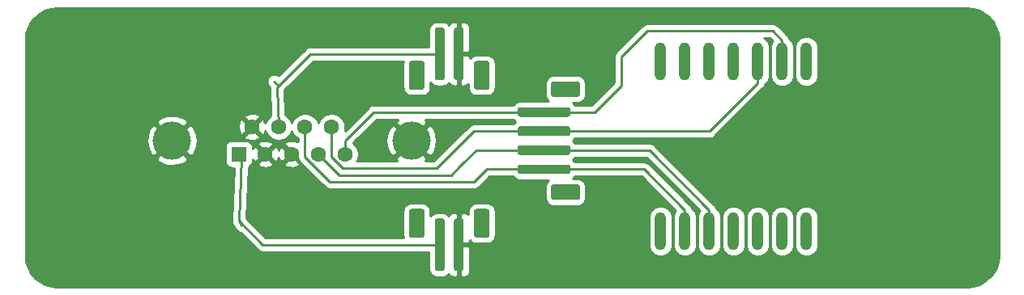
<source format=gbr>
G04 #@! TF.GenerationSoftware,KiCad,Pcbnew,(5.1.5-0)*
G04 #@! TF.CreationDate,2020-12-05T09:23:08-07:00*
G04 #@! TF.ProjectId,back_panel,6261636b-5f70-4616-9e65-6c2e6b696361,rev?*
G04 #@! TF.SameCoordinates,Original*
G04 #@! TF.FileFunction,Copper,L1,Top*
G04 #@! TF.FilePolarity,Positive*
%FSLAX46Y46*%
G04 Gerber Fmt 4.6, Leading zero omitted, Abs format (unit mm)*
G04 Created by KiCad (PCBNEW (5.1.5-0)) date 2020-12-05 09:23:08*
%MOMM*%
%LPD*%
G04 APERTURE LIST*
%ADD10C,4.000000*%
%ADD11C,1.600000*%
%ADD12R,1.600000X1.600000*%
%ADD13O,1.200000X4.000000*%
%ADD14C,0.100000*%
%ADD15C,5.800000*%
%ADD16C,0.250000*%
%ADD17C,0.254000*%
G04 APERTURE END LIST*
D10*
X137040000Y-110580000D03*
X112040000Y-110580000D03*
D11*
X128695000Y-109160000D03*
X125925000Y-109160000D03*
X123155000Y-109160000D03*
X120385000Y-109160000D03*
X130080000Y-112000000D03*
X127310000Y-112000000D03*
X124540000Y-112000000D03*
X121770000Y-112000000D03*
D12*
X119000000Y-112000000D03*
D13*
X163080000Y-120090000D03*
X163080000Y-102310000D03*
X165620000Y-120090000D03*
X165620000Y-102310000D03*
X168160000Y-120090000D03*
X168160000Y-102310000D03*
X170700000Y-120090000D03*
X170700000Y-102310000D03*
X173240000Y-120090000D03*
X173240000Y-102310000D03*
X175780000Y-120090000D03*
X175780000Y-102310000D03*
X178320000Y-120090000D03*
X178320000Y-102310000D03*
G04 #@! TA.AperFunction,SMDPad,CuDef*
D14*
G36*
X154424504Y-115201204D02*
G01*
X154448773Y-115204804D01*
X154472571Y-115210765D01*
X154495671Y-115219030D01*
X154517849Y-115229520D01*
X154538893Y-115242133D01*
X154558598Y-115256747D01*
X154576777Y-115273223D01*
X154593253Y-115291402D01*
X154607867Y-115311107D01*
X154620480Y-115332151D01*
X154630970Y-115354329D01*
X154639235Y-115377429D01*
X154645196Y-115401227D01*
X154648796Y-115425496D01*
X154650000Y-115450000D01*
X154650000Y-116550000D01*
X154648796Y-116574504D01*
X154645196Y-116598773D01*
X154639235Y-116622571D01*
X154630970Y-116645671D01*
X154620480Y-116667849D01*
X154607867Y-116688893D01*
X154593253Y-116708598D01*
X154576777Y-116726777D01*
X154558598Y-116743253D01*
X154538893Y-116757867D01*
X154517849Y-116770480D01*
X154495671Y-116780970D01*
X154472571Y-116789235D01*
X154448773Y-116795196D01*
X154424504Y-116798796D01*
X154400000Y-116800000D01*
X151900000Y-116800000D01*
X151875496Y-116798796D01*
X151851227Y-116795196D01*
X151827429Y-116789235D01*
X151804329Y-116780970D01*
X151782151Y-116770480D01*
X151761107Y-116757867D01*
X151741402Y-116743253D01*
X151723223Y-116726777D01*
X151706747Y-116708598D01*
X151692133Y-116688893D01*
X151679520Y-116667849D01*
X151669030Y-116645671D01*
X151660765Y-116622571D01*
X151654804Y-116598773D01*
X151651204Y-116574504D01*
X151650000Y-116550000D01*
X151650000Y-115450000D01*
X151651204Y-115425496D01*
X151654804Y-115401227D01*
X151660765Y-115377429D01*
X151669030Y-115354329D01*
X151679520Y-115332151D01*
X151692133Y-115311107D01*
X151706747Y-115291402D01*
X151723223Y-115273223D01*
X151741402Y-115256747D01*
X151761107Y-115242133D01*
X151782151Y-115229520D01*
X151804329Y-115219030D01*
X151827429Y-115210765D01*
X151851227Y-115204804D01*
X151875496Y-115201204D01*
X151900000Y-115200000D01*
X154400000Y-115200000D01*
X154424504Y-115201204D01*
G37*
G04 #@! TD.AperFunction*
G04 #@! TA.AperFunction,SMDPad,CuDef*
G36*
X154424504Y-104401204D02*
G01*
X154448773Y-104404804D01*
X154472571Y-104410765D01*
X154495671Y-104419030D01*
X154517849Y-104429520D01*
X154538893Y-104442133D01*
X154558598Y-104456747D01*
X154576777Y-104473223D01*
X154593253Y-104491402D01*
X154607867Y-104511107D01*
X154620480Y-104532151D01*
X154630970Y-104554329D01*
X154639235Y-104577429D01*
X154645196Y-104601227D01*
X154648796Y-104625496D01*
X154650000Y-104650000D01*
X154650000Y-105750000D01*
X154648796Y-105774504D01*
X154645196Y-105798773D01*
X154639235Y-105822571D01*
X154630970Y-105845671D01*
X154620480Y-105867849D01*
X154607867Y-105888893D01*
X154593253Y-105908598D01*
X154576777Y-105926777D01*
X154558598Y-105943253D01*
X154538893Y-105957867D01*
X154517849Y-105970480D01*
X154495671Y-105980970D01*
X154472571Y-105989235D01*
X154448773Y-105995196D01*
X154424504Y-105998796D01*
X154400000Y-106000000D01*
X151900000Y-106000000D01*
X151875496Y-105998796D01*
X151851227Y-105995196D01*
X151827429Y-105989235D01*
X151804329Y-105980970D01*
X151782151Y-105970480D01*
X151761107Y-105957867D01*
X151741402Y-105943253D01*
X151723223Y-105926777D01*
X151706747Y-105908598D01*
X151692133Y-105888893D01*
X151679520Y-105867849D01*
X151669030Y-105845671D01*
X151660765Y-105822571D01*
X151654804Y-105798773D01*
X151651204Y-105774504D01*
X151650000Y-105750000D01*
X151650000Y-104650000D01*
X151651204Y-104625496D01*
X151654804Y-104601227D01*
X151660765Y-104577429D01*
X151669030Y-104554329D01*
X151679520Y-104532151D01*
X151692133Y-104511107D01*
X151706747Y-104491402D01*
X151723223Y-104473223D01*
X151741402Y-104456747D01*
X151761107Y-104442133D01*
X151782151Y-104429520D01*
X151804329Y-104419030D01*
X151827429Y-104410765D01*
X151851227Y-104404804D01*
X151875496Y-104401204D01*
X151900000Y-104400000D01*
X154400000Y-104400000D01*
X154424504Y-104401204D01*
G37*
G04 #@! TD.AperFunction*
G04 #@! TA.AperFunction,SMDPad,CuDef*
G36*
X153424504Y-113101204D02*
G01*
X153448773Y-113104804D01*
X153472571Y-113110765D01*
X153495671Y-113119030D01*
X153517849Y-113129520D01*
X153538893Y-113142133D01*
X153558598Y-113156747D01*
X153576777Y-113173223D01*
X153593253Y-113191402D01*
X153607867Y-113211107D01*
X153620480Y-113232151D01*
X153630970Y-113254329D01*
X153639235Y-113277429D01*
X153645196Y-113301227D01*
X153648796Y-113325496D01*
X153650000Y-113350000D01*
X153650000Y-113850000D01*
X153648796Y-113874504D01*
X153645196Y-113898773D01*
X153639235Y-113922571D01*
X153630970Y-113945671D01*
X153620480Y-113967849D01*
X153607867Y-113988893D01*
X153593253Y-114008598D01*
X153576777Y-114026777D01*
X153558598Y-114043253D01*
X153538893Y-114057867D01*
X153517849Y-114070480D01*
X153495671Y-114080970D01*
X153472571Y-114089235D01*
X153448773Y-114095196D01*
X153424504Y-114098796D01*
X153400000Y-114100000D01*
X148400000Y-114100000D01*
X148375496Y-114098796D01*
X148351227Y-114095196D01*
X148327429Y-114089235D01*
X148304329Y-114080970D01*
X148282151Y-114070480D01*
X148261107Y-114057867D01*
X148241402Y-114043253D01*
X148223223Y-114026777D01*
X148206747Y-114008598D01*
X148192133Y-113988893D01*
X148179520Y-113967849D01*
X148169030Y-113945671D01*
X148160765Y-113922571D01*
X148154804Y-113898773D01*
X148151204Y-113874504D01*
X148150000Y-113850000D01*
X148150000Y-113350000D01*
X148151204Y-113325496D01*
X148154804Y-113301227D01*
X148160765Y-113277429D01*
X148169030Y-113254329D01*
X148179520Y-113232151D01*
X148192133Y-113211107D01*
X148206747Y-113191402D01*
X148223223Y-113173223D01*
X148241402Y-113156747D01*
X148261107Y-113142133D01*
X148282151Y-113129520D01*
X148304329Y-113119030D01*
X148327429Y-113110765D01*
X148351227Y-113104804D01*
X148375496Y-113101204D01*
X148400000Y-113100000D01*
X153400000Y-113100000D01*
X153424504Y-113101204D01*
G37*
G04 #@! TD.AperFunction*
G04 #@! TA.AperFunction,SMDPad,CuDef*
G36*
X153424504Y-111101204D02*
G01*
X153448773Y-111104804D01*
X153472571Y-111110765D01*
X153495671Y-111119030D01*
X153517849Y-111129520D01*
X153538893Y-111142133D01*
X153558598Y-111156747D01*
X153576777Y-111173223D01*
X153593253Y-111191402D01*
X153607867Y-111211107D01*
X153620480Y-111232151D01*
X153630970Y-111254329D01*
X153639235Y-111277429D01*
X153645196Y-111301227D01*
X153648796Y-111325496D01*
X153650000Y-111350000D01*
X153650000Y-111850000D01*
X153648796Y-111874504D01*
X153645196Y-111898773D01*
X153639235Y-111922571D01*
X153630970Y-111945671D01*
X153620480Y-111967849D01*
X153607867Y-111988893D01*
X153593253Y-112008598D01*
X153576777Y-112026777D01*
X153558598Y-112043253D01*
X153538893Y-112057867D01*
X153517849Y-112070480D01*
X153495671Y-112080970D01*
X153472571Y-112089235D01*
X153448773Y-112095196D01*
X153424504Y-112098796D01*
X153400000Y-112100000D01*
X148400000Y-112100000D01*
X148375496Y-112098796D01*
X148351227Y-112095196D01*
X148327429Y-112089235D01*
X148304329Y-112080970D01*
X148282151Y-112070480D01*
X148261107Y-112057867D01*
X148241402Y-112043253D01*
X148223223Y-112026777D01*
X148206747Y-112008598D01*
X148192133Y-111988893D01*
X148179520Y-111967849D01*
X148169030Y-111945671D01*
X148160765Y-111922571D01*
X148154804Y-111898773D01*
X148151204Y-111874504D01*
X148150000Y-111850000D01*
X148150000Y-111350000D01*
X148151204Y-111325496D01*
X148154804Y-111301227D01*
X148160765Y-111277429D01*
X148169030Y-111254329D01*
X148179520Y-111232151D01*
X148192133Y-111211107D01*
X148206747Y-111191402D01*
X148223223Y-111173223D01*
X148241402Y-111156747D01*
X148261107Y-111142133D01*
X148282151Y-111129520D01*
X148304329Y-111119030D01*
X148327429Y-111110765D01*
X148351227Y-111104804D01*
X148375496Y-111101204D01*
X148400000Y-111100000D01*
X153400000Y-111100000D01*
X153424504Y-111101204D01*
G37*
G04 #@! TD.AperFunction*
G04 #@! TA.AperFunction,SMDPad,CuDef*
G36*
X153424504Y-109101204D02*
G01*
X153448773Y-109104804D01*
X153472571Y-109110765D01*
X153495671Y-109119030D01*
X153517849Y-109129520D01*
X153538893Y-109142133D01*
X153558598Y-109156747D01*
X153576777Y-109173223D01*
X153593253Y-109191402D01*
X153607867Y-109211107D01*
X153620480Y-109232151D01*
X153630970Y-109254329D01*
X153639235Y-109277429D01*
X153645196Y-109301227D01*
X153648796Y-109325496D01*
X153650000Y-109350000D01*
X153650000Y-109850000D01*
X153648796Y-109874504D01*
X153645196Y-109898773D01*
X153639235Y-109922571D01*
X153630970Y-109945671D01*
X153620480Y-109967849D01*
X153607867Y-109988893D01*
X153593253Y-110008598D01*
X153576777Y-110026777D01*
X153558598Y-110043253D01*
X153538893Y-110057867D01*
X153517849Y-110070480D01*
X153495671Y-110080970D01*
X153472571Y-110089235D01*
X153448773Y-110095196D01*
X153424504Y-110098796D01*
X153400000Y-110100000D01*
X148400000Y-110100000D01*
X148375496Y-110098796D01*
X148351227Y-110095196D01*
X148327429Y-110089235D01*
X148304329Y-110080970D01*
X148282151Y-110070480D01*
X148261107Y-110057867D01*
X148241402Y-110043253D01*
X148223223Y-110026777D01*
X148206747Y-110008598D01*
X148192133Y-109988893D01*
X148179520Y-109967849D01*
X148169030Y-109945671D01*
X148160765Y-109922571D01*
X148154804Y-109898773D01*
X148151204Y-109874504D01*
X148150000Y-109850000D01*
X148150000Y-109350000D01*
X148151204Y-109325496D01*
X148154804Y-109301227D01*
X148160765Y-109277429D01*
X148169030Y-109254329D01*
X148179520Y-109232151D01*
X148192133Y-109211107D01*
X148206747Y-109191402D01*
X148223223Y-109173223D01*
X148241402Y-109156747D01*
X148261107Y-109142133D01*
X148282151Y-109129520D01*
X148304329Y-109119030D01*
X148327429Y-109110765D01*
X148351227Y-109104804D01*
X148375496Y-109101204D01*
X148400000Y-109100000D01*
X153400000Y-109100000D01*
X153424504Y-109101204D01*
G37*
G04 #@! TD.AperFunction*
G04 #@! TA.AperFunction,SMDPad,CuDef*
G36*
X153424504Y-107101204D02*
G01*
X153448773Y-107104804D01*
X153472571Y-107110765D01*
X153495671Y-107119030D01*
X153517849Y-107129520D01*
X153538893Y-107142133D01*
X153558598Y-107156747D01*
X153576777Y-107173223D01*
X153593253Y-107191402D01*
X153607867Y-107211107D01*
X153620480Y-107232151D01*
X153630970Y-107254329D01*
X153639235Y-107277429D01*
X153645196Y-107301227D01*
X153648796Y-107325496D01*
X153650000Y-107350000D01*
X153650000Y-107850000D01*
X153648796Y-107874504D01*
X153645196Y-107898773D01*
X153639235Y-107922571D01*
X153630970Y-107945671D01*
X153620480Y-107967849D01*
X153607867Y-107988893D01*
X153593253Y-108008598D01*
X153576777Y-108026777D01*
X153558598Y-108043253D01*
X153538893Y-108057867D01*
X153517849Y-108070480D01*
X153495671Y-108080970D01*
X153472571Y-108089235D01*
X153448773Y-108095196D01*
X153424504Y-108098796D01*
X153400000Y-108100000D01*
X148400000Y-108100000D01*
X148375496Y-108098796D01*
X148351227Y-108095196D01*
X148327429Y-108089235D01*
X148304329Y-108080970D01*
X148282151Y-108070480D01*
X148261107Y-108057867D01*
X148241402Y-108043253D01*
X148223223Y-108026777D01*
X148206747Y-108008598D01*
X148192133Y-107988893D01*
X148179520Y-107967849D01*
X148169030Y-107945671D01*
X148160765Y-107922571D01*
X148154804Y-107898773D01*
X148151204Y-107874504D01*
X148150000Y-107850000D01*
X148150000Y-107350000D01*
X148151204Y-107325496D01*
X148154804Y-107301227D01*
X148160765Y-107277429D01*
X148169030Y-107254329D01*
X148179520Y-107232151D01*
X148192133Y-107211107D01*
X148206747Y-107191402D01*
X148223223Y-107173223D01*
X148241402Y-107156747D01*
X148261107Y-107142133D01*
X148282151Y-107129520D01*
X148304329Y-107119030D01*
X148327429Y-107110765D01*
X148351227Y-107104804D01*
X148375496Y-107101204D01*
X148400000Y-107100000D01*
X153400000Y-107100000D01*
X153424504Y-107101204D01*
G37*
G04 #@! TD.AperFunction*
G04 #@! TA.AperFunction,SMDPad,CuDef*
G36*
X144974504Y-117751204D02*
G01*
X144998773Y-117754804D01*
X145022571Y-117760765D01*
X145045671Y-117769030D01*
X145067849Y-117779520D01*
X145088893Y-117792133D01*
X145108598Y-117806747D01*
X145126777Y-117823223D01*
X145143253Y-117841402D01*
X145157867Y-117861107D01*
X145170480Y-117882151D01*
X145180970Y-117904329D01*
X145189235Y-117927429D01*
X145195196Y-117951227D01*
X145198796Y-117975496D01*
X145200000Y-118000000D01*
X145200000Y-120500000D01*
X145198796Y-120524504D01*
X145195196Y-120548773D01*
X145189235Y-120572571D01*
X145180970Y-120595671D01*
X145170480Y-120617849D01*
X145157867Y-120638893D01*
X145143253Y-120658598D01*
X145126777Y-120676777D01*
X145108598Y-120693253D01*
X145088893Y-120707867D01*
X145067849Y-120720480D01*
X145045671Y-120730970D01*
X145022571Y-120739235D01*
X144998773Y-120745196D01*
X144974504Y-120748796D01*
X144950000Y-120750000D01*
X143850000Y-120750000D01*
X143825496Y-120748796D01*
X143801227Y-120745196D01*
X143777429Y-120739235D01*
X143754329Y-120730970D01*
X143732151Y-120720480D01*
X143711107Y-120707867D01*
X143691402Y-120693253D01*
X143673223Y-120676777D01*
X143656747Y-120658598D01*
X143642133Y-120638893D01*
X143629520Y-120617849D01*
X143619030Y-120595671D01*
X143610765Y-120572571D01*
X143604804Y-120548773D01*
X143601204Y-120524504D01*
X143600000Y-120500000D01*
X143600000Y-118000000D01*
X143601204Y-117975496D01*
X143604804Y-117951227D01*
X143610765Y-117927429D01*
X143619030Y-117904329D01*
X143629520Y-117882151D01*
X143642133Y-117861107D01*
X143656747Y-117841402D01*
X143673223Y-117823223D01*
X143691402Y-117806747D01*
X143711107Y-117792133D01*
X143732151Y-117779520D01*
X143754329Y-117769030D01*
X143777429Y-117760765D01*
X143801227Y-117754804D01*
X143825496Y-117751204D01*
X143850000Y-117750000D01*
X144950000Y-117750000D01*
X144974504Y-117751204D01*
G37*
G04 #@! TD.AperFunction*
G04 #@! TA.AperFunction,SMDPad,CuDef*
G36*
X138174504Y-117751204D02*
G01*
X138198773Y-117754804D01*
X138222571Y-117760765D01*
X138245671Y-117769030D01*
X138267849Y-117779520D01*
X138288893Y-117792133D01*
X138308598Y-117806747D01*
X138326777Y-117823223D01*
X138343253Y-117841402D01*
X138357867Y-117861107D01*
X138370480Y-117882151D01*
X138380970Y-117904329D01*
X138389235Y-117927429D01*
X138395196Y-117951227D01*
X138398796Y-117975496D01*
X138400000Y-118000000D01*
X138400000Y-120500000D01*
X138398796Y-120524504D01*
X138395196Y-120548773D01*
X138389235Y-120572571D01*
X138380970Y-120595671D01*
X138370480Y-120617849D01*
X138357867Y-120638893D01*
X138343253Y-120658598D01*
X138326777Y-120676777D01*
X138308598Y-120693253D01*
X138288893Y-120707867D01*
X138267849Y-120720480D01*
X138245671Y-120730970D01*
X138222571Y-120739235D01*
X138198773Y-120745196D01*
X138174504Y-120748796D01*
X138150000Y-120750000D01*
X137050000Y-120750000D01*
X137025496Y-120748796D01*
X137001227Y-120745196D01*
X136977429Y-120739235D01*
X136954329Y-120730970D01*
X136932151Y-120720480D01*
X136911107Y-120707867D01*
X136891402Y-120693253D01*
X136873223Y-120676777D01*
X136856747Y-120658598D01*
X136842133Y-120638893D01*
X136829520Y-120617849D01*
X136819030Y-120595671D01*
X136810765Y-120572571D01*
X136804804Y-120548773D01*
X136801204Y-120524504D01*
X136800000Y-120500000D01*
X136800000Y-118000000D01*
X136801204Y-117975496D01*
X136804804Y-117951227D01*
X136810765Y-117927429D01*
X136819030Y-117904329D01*
X136829520Y-117882151D01*
X136842133Y-117861107D01*
X136856747Y-117841402D01*
X136873223Y-117823223D01*
X136891402Y-117806747D01*
X136911107Y-117792133D01*
X136932151Y-117779520D01*
X136954329Y-117769030D01*
X136977429Y-117760765D01*
X137001227Y-117754804D01*
X137025496Y-117751204D01*
X137050000Y-117750000D01*
X138150000Y-117750000D01*
X138174504Y-117751204D01*
G37*
G04 #@! TD.AperFunction*
G04 #@! TA.AperFunction,SMDPad,CuDef*
G36*
X142274504Y-118751204D02*
G01*
X142298773Y-118754804D01*
X142322571Y-118760765D01*
X142345671Y-118769030D01*
X142367849Y-118779520D01*
X142388893Y-118792133D01*
X142408598Y-118806747D01*
X142426777Y-118823223D01*
X142443253Y-118841402D01*
X142457867Y-118861107D01*
X142470480Y-118882151D01*
X142480970Y-118904329D01*
X142489235Y-118927429D01*
X142495196Y-118951227D01*
X142498796Y-118975496D01*
X142500000Y-119000000D01*
X142500000Y-124000000D01*
X142498796Y-124024504D01*
X142495196Y-124048773D01*
X142489235Y-124072571D01*
X142480970Y-124095671D01*
X142470480Y-124117849D01*
X142457867Y-124138893D01*
X142443253Y-124158598D01*
X142426777Y-124176777D01*
X142408598Y-124193253D01*
X142388893Y-124207867D01*
X142367849Y-124220480D01*
X142345671Y-124230970D01*
X142322571Y-124239235D01*
X142298773Y-124245196D01*
X142274504Y-124248796D01*
X142250000Y-124250000D01*
X141750000Y-124250000D01*
X141725496Y-124248796D01*
X141701227Y-124245196D01*
X141677429Y-124239235D01*
X141654329Y-124230970D01*
X141632151Y-124220480D01*
X141611107Y-124207867D01*
X141591402Y-124193253D01*
X141573223Y-124176777D01*
X141556747Y-124158598D01*
X141542133Y-124138893D01*
X141529520Y-124117849D01*
X141519030Y-124095671D01*
X141510765Y-124072571D01*
X141504804Y-124048773D01*
X141501204Y-124024504D01*
X141500000Y-124000000D01*
X141500000Y-119000000D01*
X141501204Y-118975496D01*
X141504804Y-118951227D01*
X141510765Y-118927429D01*
X141519030Y-118904329D01*
X141529520Y-118882151D01*
X141542133Y-118861107D01*
X141556747Y-118841402D01*
X141573223Y-118823223D01*
X141591402Y-118806747D01*
X141611107Y-118792133D01*
X141632151Y-118779520D01*
X141654329Y-118769030D01*
X141677429Y-118760765D01*
X141701227Y-118754804D01*
X141725496Y-118751204D01*
X141750000Y-118750000D01*
X142250000Y-118750000D01*
X142274504Y-118751204D01*
G37*
G04 #@! TD.AperFunction*
G04 #@! TA.AperFunction,SMDPad,CuDef*
G36*
X140274504Y-118751204D02*
G01*
X140298773Y-118754804D01*
X140322571Y-118760765D01*
X140345671Y-118769030D01*
X140367849Y-118779520D01*
X140388893Y-118792133D01*
X140408598Y-118806747D01*
X140426777Y-118823223D01*
X140443253Y-118841402D01*
X140457867Y-118861107D01*
X140470480Y-118882151D01*
X140480970Y-118904329D01*
X140489235Y-118927429D01*
X140495196Y-118951227D01*
X140498796Y-118975496D01*
X140500000Y-119000000D01*
X140500000Y-124000000D01*
X140498796Y-124024504D01*
X140495196Y-124048773D01*
X140489235Y-124072571D01*
X140480970Y-124095671D01*
X140470480Y-124117849D01*
X140457867Y-124138893D01*
X140443253Y-124158598D01*
X140426777Y-124176777D01*
X140408598Y-124193253D01*
X140388893Y-124207867D01*
X140367849Y-124220480D01*
X140345671Y-124230970D01*
X140322571Y-124239235D01*
X140298773Y-124245196D01*
X140274504Y-124248796D01*
X140250000Y-124250000D01*
X139750000Y-124250000D01*
X139725496Y-124248796D01*
X139701227Y-124245196D01*
X139677429Y-124239235D01*
X139654329Y-124230970D01*
X139632151Y-124220480D01*
X139611107Y-124207867D01*
X139591402Y-124193253D01*
X139573223Y-124176777D01*
X139556747Y-124158598D01*
X139542133Y-124138893D01*
X139529520Y-124117849D01*
X139519030Y-124095671D01*
X139510765Y-124072571D01*
X139504804Y-124048773D01*
X139501204Y-124024504D01*
X139500000Y-124000000D01*
X139500000Y-119000000D01*
X139501204Y-118975496D01*
X139504804Y-118951227D01*
X139510765Y-118927429D01*
X139519030Y-118904329D01*
X139529520Y-118882151D01*
X139542133Y-118861107D01*
X139556747Y-118841402D01*
X139573223Y-118823223D01*
X139591402Y-118806747D01*
X139611107Y-118792133D01*
X139632151Y-118779520D01*
X139654329Y-118769030D01*
X139677429Y-118760765D01*
X139701227Y-118754804D01*
X139725496Y-118751204D01*
X139750000Y-118750000D01*
X140250000Y-118750000D01*
X140274504Y-118751204D01*
G37*
G04 #@! TD.AperFunction*
G04 #@! TA.AperFunction,SMDPad,CuDef*
G36*
X138174504Y-102251204D02*
G01*
X138198773Y-102254804D01*
X138222571Y-102260765D01*
X138245671Y-102269030D01*
X138267849Y-102279520D01*
X138288893Y-102292133D01*
X138308598Y-102306747D01*
X138326777Y-102323223D01*
X138343253Y-102341402D01*
X138357867Y-102361107D01*
X138370480Y-102382151D01*
X138380970Y-102404329D01*
X138389235Y-102427429D01*
X138395196Y-102451227D01*
X138398796Y-102475496D01*
X138400000Y-102500000D01*
X138400000Y-105000000D01*
X138398796Y-105024504D01*
X138395196Y-105048773D01*
X138389235Y-105072571D01*
X138380970Y-105095671D01*
X138370480Y-105117849D01*
X138357867Y-105138893D01*
X138343253Y-105158598D01*
X138326777Y-105176777D01*
X138308598Y-105193253D01*
X138288893Y-105207867D01*
X138267849Y-105220480D01*
X138245671Y-105230970D01*
X138222571Y-105239235D01*
X138198773Y-105245196D01*
X138174504Y-105248796D01*
X138150000Y-105250000D01*
X137050000Y-105250000D01*
X137025496Y-105248796D01*
X137001227Y-105245196D01*
X136977429Y-105239235D01*
X136954329Y-105230970D01*
X136932151Y-105220480D01*
X136911107Y-105207867D01*
X136891402Y-105193253D01*
X136873223Y-105176777D01*
X136856747Y-105158598D01*
X136842133Y-105138893D01*
X136829520Y-105117849D01*
X136819030Y-105095671D01*
X136810765Y-105072571D01*
X136804804Y-105048773D01*
X136801204Y-105024504D01*
X136800000Y-105000000D01*
X136800000Y-102500000D01*
X136801204Y-102475496D01*
X136804804Y-102451227D01*
X136810765Y-102427429D01*
X136819030Y-102404329D01*
X136829520Y-102382151D01*
X136842133Y-102361107D01*
X136856747Y-102341402D01*
X136873223Y-102323223D01*
X136891402Y-102306747D01*
X136911107Y-102292133D01*
X136932151Y-102279520D01*
X136954329Y-102269030D01*
X136977429Y-102260765D01*
X137001227Y-102254804D01*
X137025496Y-102251204D01*
X137050000Y-102250000D01*
X138150000Y-102250000D01*
X138174504Y-102251204D01*
G37*
G04 #@! TD.AperFunction*
G04 #@! TA.AperFunction,SMDPad,CuDef*
G36*
X144974504Y-102251204D02*
G01*
X144998773Y-102254804D01*
X145022571Y-102260765D01*
X145045671Y-102269030D01*
X145067849Y-102279520D01*
X145088893Y-102292133D01*
X145108598Y-102306747D01*
X145126777Y-102323223D01*
X145143253Y-102341402D01*
X145157867Y-102361107D01*
X145170480Y-102382151D01*
X145180970Y-102404329D01*
X145189235Y-102427429D01*
X145195196Y-102451227D01*
X145198796Y-102475496D01*
X145200000Y-102500000D01*
X145200000Y-105000000D01*
X145198796Y-105024504D01*
X145195196Y-105048773D01*
X145189235Y-105072571D01*
X145180970Y-105095671D01*
X145170480Y-105117849D01*
X145157867Y-105138893D01*
X145143253Y-105158598D01*
X145126777Y-105176777D01*
X145108598Y-105193253D01*
X145088893Y-105207867D01*
X145067849Y-105220480D01*
X145045671Y-105230970D01*
X145022571Y-105239235D01*
X144998773Y-105245196D01*
X144974504Y-105248796D01*
X144950000Y-105250000D01*
X143850000Y-105250000D01*
X143825496Y-105248796D01*
X143801227Y-105245196D01*
X143777429Y-105239235D01*
X143754329Y-105230970D01*
X143732151Y-105220480D01*
X143711107Y-105207867D01*
X143691402Y-105193253D01*
X143673223Y-105176777D01*
X143656747Y-105158598D01*
X143642133Y-105138893D01*
X143629520Y-105117849D01*
X143619030Y-105095671D01*
X143610765Y-105072571D01*
X143604804Y-105048773D01*
X143601204Y-105024504D01*
X143600000Y-105000000D01*
X143600000Y-102500000D01*
X143601204Y-102475496D01*
X143604804Y-102451227D01*
X143610765Y-102427429D01*
X143619030Y-102404329D01*
X143629520Y-102382151D01*
X143642133Y-102361107D01*
X143656747Y-102341402D01*
X143673223Y-102323223D01*
X143691402Y-102306747D01*
X143711107Y-102292133D01*
X143732151Y-102279520D01*
X143754329Y-102269030D01*
X143777429Y-102260765D01*
X143801227Y-102254804D01*
X143825496Y-102251204D01*
X143850000Y-102250000D01*
X144950000Y-102250000D01*
X144974504Y-102251204D01*
G37*
G04 #@! TD.AperFunction*
G04 #@! TA.AperFunction,SMDPad,CuDef*
G36*
X140274504Y-98751204D02*
G01*
X140298773Y-98754804D01*
X140322571Y-98760765D01*
X140345671Y-98769030D01*
X140367849Y-98779520D01*
X140388893Y-98792133D01*
X140408598Y-98806747D01*
X140426777Y-98823223D01*
X140443253Y-98841402D01*
X140457867Y-98861107D01*
X140470480Y-98882151D01*
X140480970Y-98904329D01*
X140489235Y-98927429D01*
X140495196Y-98951227D01*
X140498796Y-98975496D01*
X140500000Y-99000000D01*
X140500000Y-104000000D01*
X140498796Y-104024504D01*
X140495196Y-104048773D01*
X140489235Y-104072571D01*
X140480970Y-104095671D01*
X140470480Y-104117849D01*
X140457867Y-104138893D01*
X140443253Y-104158598D01*
X140426777Y-104176777D01*
X140408598Y-104193253D01*
X140388893Y-104207867D01*
X140367849Y-104220480D01*
X140345671Y-104230970D01*
X140322571Y-104239235D01*
X140298773Y-104245196D01*
X140274504Y-104248796D01*
X140250000Y-104250000D01*
X139750000Y-104250000D01*
X139725496Y-104248796D01*
X139701227Y-104245196D01*
X139677429Y-104239235D01*
X139654329Y-104230970D01*
X139632151Y-104220480D01*
X139611107Y-104207867D01*
X139591402Y-104193253D01*
X139573223Y-104176777D01*
X139556747Y-104158598D01*
X139542133Y-104138893D01*
X139529520Y-104117849D01*
X139519030Y-104095671D01*
X139510765Y-104072571D01*
X139504804Y-104048773D01*
X139501204Y-104024504D01*
X139500000Y-104000000D01*
X139500000Y-99000000D01*
X139501204Y-98975496D01*
X139504804Y-98951227D01*
X139510765Y-98927429D01*
X139519030Y-98904329D01*
X139529520Y-98882151D01*
X139542133Y-98861107D01*
X139556747Y-98841402D01*
X139573223Y-98823223D01*
X139591402Y-98806747D01*
X139611107Y-98792133D01*
X139632151Y-98779520D01*
X139654329Y-98769030D01*
X139677429Y-98760765D01*
X139701227Y-98754804D01*
X139725496Y-98751204D01*
X139750000Y-98750000D01*
X140250000Y-98750000D01*
X140274504Y-98751204D01*
G37*
G04 #@! TD.AperFunction*
G04 #@! TA.AperFunction,SMDPad,CuDef*
G36*
X142274504Y-98751204D02*
G01*
X142298773Y-98754804D01*
X142322571Y-98760765D01*
X142345671Y-98769030D01*
X142367849Y-98779520D01*
X142388893Y-98792133D01*
X142408598Y-98806747D01*
X142426777Y-98823223D01*
X142443253Y-98841402D01*
X142457867Y-98861107D01*
X142470480Y-98882151D01*
X142480970Y-98904329D01*
X142489235Y-98927429D01*
X142495196Y-98951227D01*
X142498796Y-98975496D01*
X142500000Y-99000000D01*
X142500000Y-104000000D01*
X142498796Y-104024504D01*
X142495196Y-104048773D01*
X142489235Y-104072571D01*
X142480970Y-104095671D01*
X142470480Y-104117849D01*
X142457867Y-104138893D01*
X142443253Y-104158598D01*
X142426777Y-104176777D01*
X142408598Y-104193253D01*
X142388893Y-104207867D01*
X142367849Y-104220480D01*
X142345671Y-104230970D01*
X142322571Y-104239235D01*
X142298773Y-104245196D01*
X142274504Y-104248796D01*
X142250000Y-104250000D01*
X141750000Y-104250000D01*
X141725496Y-104248796D01*
X141701227Y-104245196D01*
X141677429Y-104239235D01*
X141654329Y-104230970D01*
X141632151Y-104220480D01*
X141611107Y-104207867D01*
X141591402Y-104193253D01*
X141573223Y-104176777D01*
X141556747Y-104158598D01*
X141542133Y-104138893D01*
X141529520Y-104117849D01*
X141519030Y-104095671D01*
X141510765Y-104072571D01*
X141504804Y-104048773D01*
X141501204Y-104024504D01*
X141500000Y-104000000D01*
X141500000Y-99000000D01*
X141501204Y-98975496D01*
X141504804Y-98951227D01*
X141510765Y-98927429D01*
X141519030Y-98904329D01*
X141529520Y-98882151D01*
X141542133Y-98861107D01*
X141556747Y-98841402D01*
X141573223Y-98823223D01*
X141591402Y-98806747D01*
X141611107Y-98792133D01*
X141632151Y-98779520D01*
X141654329Y-98769030D01*
X141677429Y-98760765D01*
X141701227Y-98754804D01*
X141725496Y-98751204D01*
X141750000Y-98750000D01*
X142250000Y-98750000D01*
X142274504Y-98751204D01*
G37*
G04 #@! TD.AperFunction*
D15*
X100000000Y-100000000D03*
X100000000Y-122630000D03*
X195130000Y-100000000D03*
X195130000Y-122630000D03*
D16*
X123155000Y-104855000D02*
X122700000Y-104400000D01*
X140000000Y-101500000D02*
X126500000Y-101500000D01*
X123000000Y-105000000D02*
X123155000Y-104855000D01*
X126500000Y-101500000D02*
X123000000Y-105000000D01*
X123155000Y-109160000D02*
X123000000Y-105000000D01*
X119300000Y-112300000D02*
X119000000Y-112000000D01*
X140000000Y-121500000D02*
X121500000Y-121500000D01*
X121500000Y-121500000D02*
X119000000Y-119000000D01*
X119000000Y-119000000D02*
X119300000Y-112300000D01*
X119300000Y-119500000D02*
X119000000Y-119000000D01*
X172920000Y-102110000D02*
X172920000Y-103510000D01*
X173240000Y-104560000D02*
X173240000Y-102310000D01*
X168200000Y-109600000D02*
X173240000Y-104560000D01*
X150900000Y-109600000D02*
X168200000Y-109600000D01*
X128695000Y-112295000D02*
X129900000Y-113500000D01*
X128695000Y-109160000D02*
X128695000Y-112295000D01*
X129900000Y-113500000D02*
X139700000Y-113500000D01*
X143600000Y-109600000D02*
X150900000Y-109600000D01*
X139700000Y-113500000D02*
X143600000Y-109600000D01*
X165620000Y-117840000D02*
X165620000Y-120090000D01*
X161380000Y-113600000D02*
X165620000Y-117840000D01*
X150900000Y-113600000D02*
X161380000Y-113600000D01*
X125925000Y-112280002D02*
X128544998Y-114900000D01*
X125925000Y-109160000D02*
X125925000Y-112280002D01*
X128544998Y-114900000D02*
X143600000Y-114900000D01*
X144900000Y-113600000D02*
X150900000Y-113600000D01*
X143600000Y-114900000D02*
X144900000Y-113600000D01*
X175780000Y-100060000D02*
X174820000Y-99100000D01*
X175780000Y-102310000D02*
X175780000Y-100060000D01*
X174820000Y-99100000D02*
X161700000Y-99100000D01*
X161700000Y-99100000D02*
X159000000Y-101800000D01*
X159000000Y-101800000D02*
X159000000Y-104800000D01*
X156200000Y-107600000D02*
X150900000Y-107600000D01*
X159000000Y-104800000D02*
X156200000Y-107600000D01*
X130080000Y-112000000D02*
X130080000Y-110620000D01*
X133100000Y-107600000D02*
X150900000Y-107600000D01*
X130080000Y-110620000D02*
X133100000Y-107600000D01*
X153650000Y-111600000D02*
X150900000Y-111600000D01*
X161920000Y-111600000D02*
X153650000Y-111600000D01*
X168160000Y-117840000D02*
X161920000Y-111600000D01*
X168160000Y-120090000D02*
X168160000Y-117840000D01*
X143800000Y-111600000D02*
X150900000Y-111600000D01*
X127310000Y-112000000D02*
X129510000Y-114200000D01*
X129510000Y-114200000D02*
X141200000Y-114200000D01*
X141200000Y-114200000D02*
X142500000Y-112900000D01*
X142500000Y-112900000D02*
X143800000Y-111600000D01*
X141900000Y-113500000D02*
X142500000Y-112900000D01*
D17*
G36*
X195765502Y-96790476D02*
G01*
X196376802Y-96975039D01*
X196940603Y-97274817D01*
X197435445Y-97678399D01*
X197842474Y-98170412D01*
X198146184Y-98732112D01*
X198335008Y-99342104D01*
X198405000Y-100008036D01*
X198405001Y-122597712D01*
X198339524Y-123265501D01*
X198154962Y-123876800D01*
X197855183Y-124440603D01*
X197451598Y-124935447D01*
X196959587Y-125342474D01*
X196397888Y-125646184D01*
X195787896Y-125835008D01*
X195121964Y-125905000D01*
X100032278Y-125905000D01*
X99364499Y-125839524D01*
X98753200Y-125654962D01*
X98189397Y-125355183D01*
X97694553Y-124951598D01*
X97287526Y-124459587D01*
X96983816Y-123897888D01*
X96794992Y-123287896D01*
X96725000Y-122621964D01*
X96725000Y-112427499D01*
X110372106Y-112427499D01*
X110588228Y-112794258D01*
X111048105Y-113034938D01*
X111546098Y-113181275D01*
X112063071Y-113227648D01*
X112579159Y-113172273D01*
X113074526Y-113017279D01*
X113491772Y-112794258D01*
X113707894Y-112427499D01*
X112040000Y-110759605D01*
X110372106Y-112427499D01*
X96725000Y-112427499D01*
X96725000Y-110603071D01*
X109392352Y-110603071D01*
X109447727Y-111119159D01*
X109602721Y-111614526D01*
X109825742Y-112031772D01*
X110192501Y-112247894D01*
X111860395Y-110580000D01*
X112219605Y-110580000D01*
X113887499Y-112247894D01*
X114254258Y-112031772D01*
X114494938Y-111571895D01*
X114604220Y-111200000D01*
X117561928Y-111200000D01*
X117561928Y-112800000D01*
X117574188Y-112924482D01*
X117610498Y-113044180D01*
X117669463Y-113154494D01*
X117748815Y-113251185D01*
X117845506Y-113330537D01*
X117955820Y-113389502D01*
X118075518Y-113425812D01*
X118200000Y-113438072D01*
X118488280Y-113438072D01*
X118242497Y-118927239D01*
X118237227Y-118962878D01*
X118238149Y-118981472D01*
X118236324Y-119000000D01*
X118241848Y-119056086D01*
X118244640Y-119112400D01*
X118245004Y-119113849D01*
X118245083Y-119115332D01*
X118249319Y-119131937D01*
X118250998Y-119148985D01*
X118267359Y-119202923D01*
X118281083Y-119257604D01*
X118281719Y-119258947D01*
X118282088Y-119260394D01*
X118289480Y-119275850D01*
X118294454Y-119292246D01*
X118321034Y-119341974D01*
X118329098Y-119359003D01*
X118329859Y-119360272D01*
X118346684Y-119395448D01*
X118356947Y-119409161D01*
X118365026Y-119424276D01*
X118377059Y-119438938D01*
X118667513Y-119923029D01*
X118734388Y-120013113D01*
X118845360Y-120113599D01*
X118973803Y-120190504D01*
X119114781Y-120240875D01*
X119174974Y-120249775D01*
X120936201Y-122011003D01*
X120959999Y-122040001D01*
X120988997Y-122063799D01*
X121075723Y-122134974D01*
X121207753Y-122205546D01*
X121351014Y-122249003D01*
X121462667Y-122260000D01*
X121462677Y-122260000D01*
X121500000Y-122263676D01*
X121537323Y-122260000D01*
X138861928Y-122260000D01*
X138861928Y-124000000D01*
X138878992Y-124173254D01*
X138929528Y-124339850D01*
X139011595Y-124493386D01*
X139122038Y-124627962D01*
X139256614Y-124738405D01*
X139410150Y-124820472D01*
X139576746Y-124871008D01*
X139750000Y-124888072D01*
X140250000Y-124888072D01*
X140423254Y-124871008D01*
X140589850Y-124820472D01*
X140743386Y-124738405D01*
X140877962Y-124627962D01*
X140940969Y-124551187D01*
X140969463Y-124604494D01*
X141048815Y-124701185D01*
X141145506Y-124780537D01*
X141255820Y-124839502D01*
X141375518Y-124875812D01*
X141500000Y-124888072D01*
X141714250Y-124885000D01*
X141873000Y-124726250D01*
X141873000Y-121627000D01*
X142127000Y-121627000D01*
X142127000Y-124726250D01*
X142285750Y-124885000D01*
X142500000Y-124888072D01*
X142624482Y-124875812D01*
X142744180Y-124839502D01*
X142854494Y-124780537D01*
X142951185Y-124701185D01*
X143030537Y-124604494D01*
X143089502Y-124494180D01*
X143125812Y-124374482D01*
X143138072Y-124250000D01*
X143135000Y-121785750D01*
X142976250Y-121627000D01*
X142127000Y-121627000D01*
X141873000Y-121627000D01*
X141853000Y-121627000D01*
X141853000Y-121550664D01*
X161845000Y-121550664D01*
X161862870Y-121732101D01*
X161933489Y-121964900D01*
X162048167Y-122179448D01*
X162202498Y-122367502D01*
X162390551Y-122521833D01*
X162605099Y-122636511D01*
X162837898Y-122707130D01*
X163080000Y-122730975D01*
X163322101Y-122707130D01*
X163554900Y-122636511D01*
X163769448Y-122521833D01*
X163957502Y-122367502D01*
X164111833Y-122179449D01*
X164226511Y-121964901D01*
X164297130Y-121732102D01*
X164315000Y-121550665D01*
X164315000Y-118629335D01*
X164297130Y-118447898D01*
X164226511Y-118215099D01*
X164111833Y-118000551D01*
X163957502Y-117812498D01*
X163769449Y-117658167D01*
X163554901Y-117543489D01*
X163322102Y-117472870D01*
X163080000Y-117449025D01*
X162837899Y-117472870D01*
X162605100Y-117543489D01*
X162390552Y-117658167D01*
X162202499Y-117812498D01*
X162048168Y-118000551D01*
X161933490Y-118215099D01*
X161862871Y-118447898D01*
X161845001Y-118629335D01*
X161845000Y-121550664D01*
X141853000Y-121550664D01*
X141853000Y-121373000D01*
X141873000Y-121373000D01*
X141873000Y-118273750D01*
X142127000Y-118273750D01*
X142127000Y-121373000D01*
X142976250Y-121373000D01*
X143135000Y-121214250D01*
X143135239Y-121022197D01*
X143222038Y-121127962D01*
X143356614Y-121238405D01*
X143510150Y-121320472D01*
X143676746Y-121371008D01*
X143850000Y-121388072D01*
X144950000Y-121388072D01*
X145123254Y-121371008D01*
X145289850Y-121320472D01*
X145443386Y-121238405D01*
X145577962Y-121127962D01*
X145688405Y-120993386D01*
X145770472Y-120839850D01*
X145821008Y-120673254D01*
X145838072Y-120500000D01*
X145838072Y-118000000D01*
X145821008Y-117826746D01*
X145770472Y-117660150D01*
X145688405Y-117506614D01*
X145577962Y-117372038D01*
X145443386Y-117261595D01*
X145289850Y-117179528D01*
X145123254Y-117128992D01*
X144950000Y-117111928D01*
X143850000Y-117111928D01*
X143676746Y-117128992D01*
X143510150Y-117179528D01*
X143356614Y-117261595D01*
X143222038Y-117372038D01*
X143111595Y-117506614D01*
X143029528Y-117660150D01*
X142978992Y-117826746D01*
X142961928Y-118000000D01*
X142961928Y-118311905D01*
X142951185Y-118298815D01*
X142854494Y-118219463D01*
X142744180Y-118160498D01*
X142624482Y-118124188D01*
X142500000Y-118111928D01*
X142285750Y-118115000D01*
X142127000Y-118273750D01*
X141873000Y-118273750D01*
X141714250Y-118115000D01*
X141500000Y-118111928D01*
X141375518Y-118124188D01*
X141255820Y-118160498D01*
X141145506Y-118219463D01*
X141048815Y-118298815D01*
X140969463Y-118395506D01*
X140940969Y-118448813D01*
X140877962Y-118372038D01*
X140743386Y-118261595D01*
X140589850Y-118179528D01*
X140423254Y-118128992D01*
X140250000Y-118111928D01*
X139750000Y-118111928D01*
X139576746Y-118128992D01*
X139410150Y-118179528D01*
X139256614Y-118261595D01*
X139122038Y-118372038D01*
X139038072Y-118474351D01*
X139038072Y-118000000D01*
X139021008Y-117826746D01*
X138970472Y-117660150D01*
X138888405Y-117506614D01*
X138777962Y-117372038D01*
X138643386Y-117261595D01*
X138489850Y-117179528D01*
X138323254Y-117128992D01*
X138150000Y-117111928D01*
X137050000Y-117111928D01*
X136876746Y-117128992D01*
X136710150Y-117179528D01*
X136556614Y-117261595D01*
X136422038Y-117372038D01*
X136311595Y-117506614D01*
X136229528Y-117660150D01*
X136178992Y-117826746D01*
X136161928Y-118000000D01*
X136161928Y-120500000D01*
X136178992Y-120673254D01*
X136199239Y-120740000D01*
X121814802Y-120740000D01*
X119774220Y-118699419D01*
X120011534Y-113399405D01*
X120044180Y-113389502D01*
X120154494Y-113330537D01*
X120251185Y-113251185D01*
X120330537Y-113154494D01*
X120389502Y-113044180D01*
X120405117Y-112992702D01*
X120956903Y-112992702D01*
X121028486Y-113236671D01*
X121283996Y-113357571D01*
X121558184Y-113426300D01*
X121840512Y-113440217D01*
X122120130Y-113398787D01*
X122386292Y-113303603D01*
X122511514Y-113236671D01*
X122583097Y-112992702D01*
X123726903Y-112992702D01*
X123798486Y-113236671D01*
X124053996Y-113357571D01*
X124328184Y-113426300D01*
X124610512Y-113440217D01*
X124890130Y-113398787D01*
X125156292Y-113303603D01*
X125281514Y-113236671D01*
X125353097Y-112992702D01*
X124540000Y-112179605D01*
X123726903Y-112992702D01*
X122583097Y-112992702D01*
X121770000Y-112179605D01*
X120956903Y-112992702D01*
X120405117Y-112992702D01*
X120425812Y-112924482D01*
X120438072Y-112800000D01*
X120438072Y-112537087D01*
X120466397Y-112616292D01*
X120533329Y-112741514D01*
X120777298Y-112813097D01*
X121590395Y-112000000D01*
X121949605Y-112000000D01*
X122762702Y-112813097D01*
X123006671Y-112741514D01*
X123127571Y-112486004D01*
X123153216Y-112383695D01*
X123236397Y-112616292D01*
X123303329Y-112741514D01*
X123547298Y-112813097D01*
X124360395Y-112000000D01*
X123547298Y-111186903D01*
X123303329Y-111258486D01*
X123182429Y-111513996D01*
X123156784Y-111616305D01*
X123073603Y-111383708D01*
X123006671Y-111258486D01*
X122762702Y-111186903D01*
X121949605Y-112000000D01*
X121590395Y-112000000D01*
X120777298Y-111186903D01*
X120533329Y-111258486D01*
X120438072Y-111459802D01*
X120438072Y-111200000D01*
X120425812Y-111075518D01*
X120405118Y-111007298D01*
X120956903Y-111007298D01*
X121770000Y-111820395D01*
X122583097Y-111007298D01*
X122511514Y-110763329D01*
X122256004Y-110642429D01*
X121981816Y-110573700D01*
X121699488Y-110559783D01*
X121419870Y-110601213D01*
X121153708Y-110696397D01*
X121028486Y-110763329D01*
X120956903Y-111007298D01*
X120405118Y-111007298D01*
X120389502Y-110955820D01*
X120330537Y-110845506D01*
X120251185Y-110748815D01*
X120154494Y-110669463D01*
X120044180Y-110610498D01*
X119924482Y-110574188D01*
X119800000Y-110561928D01*
X118200000Y-110561928D01*
X118075518Y-110574188D01*
X117955820Y-110610498D01*
X117845506Y-110669463D01*
X117748815Y-110748815D01*
X117669463Y-110845506D01*
X117610498Y-110955820D01*
X117574188Y-111075518D01*
X117561928Y-111200000D01*
X114604220Y-111200000D01*
X114641275Y-111073902D01*
X114687648Y-110556929D01*
X114644276Y-110152702D01*
X119571903Y-110152702D01*
X119643486Y-110396671D01*
X119898996Y-110517571D01*
X120173184Y-110586300D01*
X120455512Y-110600217D01*
X120735130Y-110558787D01*
X121001292Y-110463603D01*
X121126514Y-110396671D01*
X121198097Y-110152702D01*
X120385000Y-109339605D01*
X119571903Y-110152702D01*
X114644276Y-110152702D01*
X114632273Y-110040841D01*
X114477279Y-109545474D01*
X114308930Y-109230512D01*
X118944783Y-109230512D01*
X118986213Y-109510130D01*
X119081397Y-109776292D01*
X119148329Y-109901514D01*
X119392298Y-109973097D01*
X120205395Y-109160000D01*
X120564605Y-109160000D01*
X121377702Y-109973097D01*
X121621671Y-109901514D01*
X121742571Y-109646004D01*
X121768212Y-109543711D01*
X121775147Y-109578574D01*
X121883320Y-109839727D01*
X122040363Y-110074759D01*
X122240241Y-110274637D01*
X122475273Y-110431680D01*
X122736426Y-110539853D01*
X123013665Y-110595000D01*
X123296335Y-110595000D01*
X123573574Y-110539853D01*
X123834727Y-110431680D01*
X124069759Y-110274637D01*
X124269637Y-110074759D01*
X124426680Y-109839727D01*
X124534853Y-109578574D01*
X124540000Y-109552699D01*
X124545147Y-109578574D01*
X124653320Y-109839727D01*
X124810363Y-110074759D01*
X125010241Y-110274637D01*
X125165000Y-110378044D01*
X125165000Y-110708198D01*
X125026004Y-110642429D01*
X124751816Y-110573700D01*
X124469488Y-110559783D01*
X124189870Y-110601213D01*
X123923708Y-110696397D01*
X123798486Y-110763329D01*
X123726903Y-111007298D01*
X124540000Y-111820395D01*
X124554143Y-111806253D01*
X124733748Y-111985858D01*
X124719605Y-112000000D01*
X125187931Y-112468326D01*
X125219454Y-112572248D01*
X125290026Y-112704278D01*
X125328368Y-112750997D01*
X125385000Y-112820003D01*
X125413998Y-112843801D01*
X127981199Y-115411003D01*
X128004997Y-115440001D01*
X128120722Y-115534974D01*
X128252751Y-115605546D01*
X128396012Y-115649003D01*
X128507665Y-115660000D01*
X128507673Y-115660000D01*
X128544998Y-115663676D01*
X128582323Y-115660000D01*
X143562678Y-115660000D01*
X143600000Y-115663676D01*
X143637322Y-115660000D01*
X143637333Y-115660000D01*
X143748986Y-115649003D01*
X143892247Y-115605546D01*
X144024276Y-115534974D01*
X144140001Y-115440001D01*
X144163804Y-115410997D01*
X145214802Y-114360000D01*
X147675230Y-114360000D01*
X147772038Y-114477962D01*
X147906614Y-114588405D01*
X148060150Y-114670472D01*
X148226746Y-114721008D01*
X148400000Y-114738072D01*
X151374351Y-114738072D01*
X151272038Y-114822038D01*
X151161595Y-114956614D01*
X151079528Y-115110150D01*
X151028992Y-115276746D01*
X151011928Y-115450000D01*
X151011928Y-116550000D01*
X151028992Y-116723254D01*
X151079528Y-116889850D01*
X151161595Y-117043386D01*
X151272038Y-117177962D01*
X151406614Y-117288405D01*
X151560150Y-117370472D01*
X151726746Y-117421008D01*
X151900000Y-117438072D01*
X154400000Y-117438072D01*
X154573254Y-117421008D01*
X154739850Y-117370472D01*
X154893386Y-117288405D01*
X155027962Y-117177962D01*
X155138405Y-117043386D01*
X155220472Y-116889850D01*
X155271008Y-116723254D01*
X155288072Y-116550000D01*
X155288072Y-115450000D01*
X155271008Y-115276746D01*
X155220472Y-115110150D01*
X155138405Y-114956614D01*
X155027962Y-114822038D01*
X154893386Y-114711595D01*
X154739850Y-114629528D01*
X154573254Y-114578992D01*
X154400000Y-114561928D01*
X153925649Y-114561928D01*
X154027962Y-114477962D01*
X154124770Y-114360000D01*
X161065199Y-114360000D01*
X164641168Y-117935970D01*
X164588168Y-118000551D01*
X164473490Y-118215099D01*
X164402871Y-118447898D01*
X164385001Y-118629335D01*
X164385000Y-121550664D01*
X164402870Y-121732101D01*
X164473489Y-121964900D01*
X164588167Y-122179448D01*
X164742498Y-122367502D01*
X164930551Y-122521833D01*
X165145099Y-122636511D01*
X165377898Y-122707130D01*
X165620000Y-122730975D01*
X165862101Y-122707130D01*
X166094900Y-122636511D01*
X166309448Y-122521833D01*
X166497502Y-122367502D01*
X166651833Y-122179449D01*
X166766511Y-121964901D01*
X166837130Y-121732102D01*
X166855000Y-121550665D01*
X166855000Y-118629335D01*
X166837130Y-118447898D01*
X166766511Y-118215099D01*
X166651833Y-118000551D01*
X166497502Y-117812498D01*
X166370720Y-117708451D01*
X166369003Y-117691014D01*
X166325546Y-117547753D01*
X166254974Y-117415724D01*
X166183799Y-117328997D01*
X166160001Y-117299999D01*
X166131004Y-117276202D01*
X161943804Y-113089003D01*
X161920001Y-113059999D01*
X161804276Y-112965026D01*
X161672247Y-112894454D01*
X161528986Y-112850997D01*
X161417333Y-112840000D01*
X161417322Y-112840000D01*
X161380000Y-112836324D01*
X161342678Y-112840000D01*
X154124770Y-112840000D01*
X154027962Y-112722038D01*
X153893386Y-112611595D01*
X153871693Y-112600000D01*
X153893386Y-112588405D01*
X154027962Y-112477962D01*
X154124770Y-112360000D01*
X161605199Y-112360000D01*
X167181168Y-117935970D01*
X167128168Y-118000551D01*
X167013490Y-118215099D01*
X166942871Y-118447898D01*
X166925001Y-118629335D01*
X166925000Y-121550664D01*
X166942870Y-121732101D01*
X167013489Y-121964900D01*
X167128167Y-122179448D01*
X167282498Y-122367502D01*
X167470551Y-122521833D01*
X167685099Y-122636511D01*
X167917898Y-122707130D01*
X168160000Y-122730975D01*
X168402101Y-122707130D01*
X168634900Y-122636511D01*
X168849448Y-122521833D01*
X169037502Y-122367502D01*
X169191833Y-122179449D01*
X169306511Y-121964901D01*
X169377130Y-121732102D01*
X169395000Y-121550665D01*
X169395000Y-121550664D01*
X169465000Y-121550664D01*
X169482870Y-121732101D01*
X169553489Y-121964900D01*
X169668167Y-122179448D01*
X169822498Y-122367502D01*
X170010551Y-122521833D01*
X170225099Y-122636511D01*
X170457898Y-122707130D01*
X170700000Y-122730975D01*
X170942101Y-122707130D01*
X171174900Y-122636511D01*
X171389448Y-122521833D01*
X171577502Y-122367502D01*
X171731833Y-122179449D01*
X171846511Y-121964901D01*
X171917130Y-121732102D01*
X171935000Y-121550665D01*
X171935000Y-121550664D01*
X172005000Y-121550664D01*
X172022870Y-121732101D01*
X172093489Y-121964900D01*
X172208167Y-122179448D01*
X172362498Y-122367502D01*
X172550551Y-122521833D01*
X172765099Y-122636511D01*
X172997898Y-122707130D01*
X173240000Y-122730975D01*
X173482101Y-122707130D01*
X173714900Y-122636511D01*
X173929448Y-122521833D01*
X174117502Y-122367502D01*
X174271833Y-122179449D01*
X174386511Y-121964901D01*
X174457130Y-121732102D01*
X174475000Y-121550665D01*
X174475000Y-121550664D01*
X174545000Y-121550664D01*
X174562870Y-121732101D01*
X174633489Y-121964900D01*
X174748167Y-122179448D01*
X174902498Y-122367502D01*
X175090551Y-122521833D01*
X175305099Y-122636511D01*
X175537898Y-122707130D01*
X175780000Y-122730975D01*
X176022101Y-122707130D01*
X176254900Y-122636511D01*
X176469448Y-122521833D01*
X176657502Y-122367502D01*
X176811833Y-122179449D01*
X176926511Y-121964901D01*
X176997130Y-121732102D01*
X177015000Y-121550665D01*
X177015000Y-121550664D01*
X177085000Y-121550664D01*
X177102870Y-121732101D01*
X177173489Y-121964900D01*
X177288167Y-122179448D01*
X177442498Y-122367502D01*
X177630551Y-122521833D01*
X177845099Y-122636511D01*
X178077898Y-122707130D01*
X178320000Y-122730975D01*
X178562101Y-122707130D01*
X178794900Y-122636511D01*
X179009448Y-122521833D01*
X179197502Y-122367502D01*
X179351833Y-122179449D01*
X179466511Y-121964901D01*
X179537130Y-121732102D01*
X179555000Y-121550665D01*
X179555000Y-118629335D01*
X179537130Y-118447898D01*
X179466511Y-118215099D01*
X179351833Y-118000551D01*
X179197502Y-117812498D01*
X179009449Y-117658167D01*
X178794901Y-117543489D01*
X178562102Y-117472870D01*
X178320000Y-117449025D01*
X178077899Y-117472870D01*
X177845100Y-117543489D01*
X177630552Y-117658167D01*
X177442499Y-117812498D01*
X177288168Y-118000551D01*
X177173490Y-118215099D01*
X177102871Y-118447898D01*
X177085001Y-118629335D01*
X177085000Y-121550664D01*
X177015000Y-121550664D01*
X177015000Y-118629335D01*
X176997130Y-118447898D01*
X176926511Y-118215099D01*
X176811833Y-118000551D01*
X176657502Y-117812498D01*
X176469449Y-117658167D01*
X176254901Y-117543489D01*
X176022102Y-117472870D01*
X175780000Y-117449025D01*
X175537899Y-117472870D01*
X175305100Y-117543489D01*
X175090552Y-117658167D01*
X174902499Y-117812498D01*
X174748168Y-118000551D01*
X174633490Y-118215099D01*
X174562871Y-118447898D01*
X174545001Y-118629335D01*
X174545000Y-121550664D01*
X174475000Y-121550664D01*
X174475000Y-118629335D01*
X174457130Y-118447898D01*
X174386511Y-118215099D01*
X174271833Y-118000551D01*
X174117502Y-117812498D01*
X173929449Y-117658167D01*
X173714901Y-117543489D01*
X173482102Y-117472870D01*
X173240000Y-117449025D01*
X172997899Y-117472870D01*
X172765100Y-117543489D01*
X172550552Y-117658167D01*
X172362499Y-117812498D01*
X172208168Y-118000551D01*
X172093490Y-118215099D01*
X172022871Y-118447898D01*
X172005001Y-118629335D01*
X172005000Y-121550664D01*
X171935000Y-121550664D01*
X171935000Y-118629335D01*
X171917130Y-118447898D01*
X171846511Y-118215099D01*
X171731833Y-118000551D01*
X171577502Y-117812498D01*
X171389449Y-117658167D01*
X171174901Y-117543489D01*
X170942102Y-117472870D01*
X170700000Y-117449025D01*
X170457899Y-117472870D01*
X170225100Y-117543489D01*
X170010552Y-117658167D01*
X169822499Y-117812498D01*
X169668168Y-118000551D01*
X169553490Y-118215099D01*
X169482871Y-118447898D01*
X169465001Y-118629335D01*
X169465000Y-121550664D01*
X169395000Y-121550664D01*
X169395000Y-118629335D01*
X169377130Y-118447898D01*
X169306511Y-118215099D01*
X169191833Y-118000551D01*
X169037502Y-117812498D01*
X168910720Y-117708451D01*
X168909003Y-117691014D01*
X168865546Y-117547753D01*
X168794974Y-117415724D01*
X168723799Y-117328997D01*
X168700001Y-117299999D01*
X168671003Y-117276201D01*
X162483804Y-111089003D01*
X162460001Y-111059999D01*
X162344276Y-110965026D01*
X162212247Y-110894454D01*
X162068986Y-110850997D01*
X161957333Y-110840000D01*
X161957322Y-110840000D01*
X161920000Y-110836324D01*
X161882678Y-110840000D01*
X154124770Y-110840000D01*
X154027962Y-110722038D01*
X153893386Y-110611595D01*
X153871693Y-110600000D01*
X153893386Y-110588405D01*
X154027962Y-110477962D01*
X154124770Y-110360000D01*
X168162678Y-110360000D01*
X168200000Y-110363676D01*
X168237322Y-110360000D01*
X168237333Y-110360000D01*
X168348986Y-110349003D01*
X168492247Y-110305546D01*
X168624276Y-110234974D01*
X168740001Y-110140001D01*
X168763804Y-110110997D01*
X173751004Y-105123798D01*
X173780001Y-105100001D01*
X173874974Y-104984276D01*
X173945546Y-104852247D01*
X173989003Y-104708986D01*
X173990720Y-104691548D01*
X174117502Y-104587502D01*
X174271833Y-104399449D01*
X174386511Y-104184901D01*
X174457130Y-103952102D01*
X174475000Y-103770665D01*
X174475000Y-100849335D01*
X174457130Y-100667898D01*
X174386511Y-100435099D01*
X174271833Y-100220551D01*
X174117502Y-100032498D01*
X173929449Y-99878167D01*
X173895461Y-99860000D01*
X174505199Y-99860000D01*
X174801168Y-100155970D01*
X174748168Y-100220551D01*
X174633490Y-100435099D01*
X174562871Y-100667898D01*
X174545001Y-100849335D01*
X174545000Y-103770664D01*
X174562870Y-103952101D01*
X174633489Y-104184900D01*
X174748167Y-104399448D01*
X174902498Y-104587502D01*
X175090551Y-104741833D01*
X175305099Y-104856511D01*
X175537898Y-104927130D01*
X175780000Y-104950975D01*
X176022101Y-104927130D01*
X176254900Y-104856511D01*
X176469448Y-104741833D01*
X176657502Y-104587502D01*
X176811833Y-104399449D01*
X176926511Y-104184901D01*
X176997130Y-103952102D01*
X177015000Y-103770665D01*
X177015000Y-103770664D01*
X177085000Y-103770664D01*
X177102870Y-103952101D01*
X177173489Y-104184900D01*
X177288167Y-104399448D01*
X177442498Y-104587502D01*
X177630551Y-104741833D01*
X177845099Y-104856511D01*
X178077898Y-104927130D01*
X178320000Y-104950975D01*
X178562101Y-104927130D01*
X178794900Y-104856511D01*
X179009448Y-104741833D01*
X179197502Y-104587502D01*
X179351833Y-104399449D01*
X179466511Y-104184901D01*
X179537130Y-103952102D01*
X179555000Y-103770665D01*
X179555000Y-100849335D01*
X179537130Y-100667898D01*
X179466511Y-100435099D01*
X179351833Y-100220551D01*
X179197502Y-100032498D01*
X179009449Y-99878167D01*
X178794901Y-99763489D01*
X178562102Y-99692870D01*
X178320000Y-99669025D01*
X178077899Y-99692870D01*
X177845100Y-99763489D01*
X177630552Y-99878167D01*
X177442499Y-100032498D01*
X177288168Y-100220551D01*
X177173490Y-100435099D01*
X177102871Y-100667898D01*
X177085001Y-100849335D01*
X177085000Y-103770664D01*
X177015000Y-103770664D01*
X177015000Y-100849335D01*
X176997130Y-100667898D01*
X176926511Y-100435099D01*
X176811833Y-100220551D01*
X176657502Y-100032498D01*
X176530720Y-99928451D01*
X176529003Y-99911014D01*
X176485546Y-99767753D01*
X176459429Y-99718892D01*
X176414974Y-99635723D01*
X176343799Y-99548997D01*
X176320001Y-99519999D01*
X176291003Y-99496201D01*
X175383804Y-98589002D01*
X175360001Y-98559999D01*
X175244276Y-98465026D01*
X175112247Y-98394454D01*
X174968986Y-98350997D01*
X174857333Y-98340000D01*
X174857322Y-98340000D01*
X174820000Y-98336324D01*
X174782678Y-98340000D01*
X161737333Y-98340000D01*
X161700000Y-98336323D01*
X161662667Y-98340000D01*
X161551014Y-98350997D01*
X161407753Y-98394454D01*
X161275724Y-98465026D01*
X161159999Y-98559999D01*
X161136201Y-98588997D01*
X158489003Y-101236196D01*
X158459999Y-101259999D01*
X158404871Y-101327174D01*
X158365026Y-101375724D01*
X158311948Y-101475026D01*
X158294454Y-101507754D01*
X158250997Y-101651015D01*
X158240000Y-101762668D01*
X158240000Y-101762678D01*
X158236324Y-101800000D01*
X158240000Y-101837323D01*
X158240001Y-104485197D01*
X155885199Y-106840000D01*
X154124770Y-106840000D01*
X154027962Y-106722038D01*
X153925649Y-106638072D01*
X154400000Y-106638072D01*
X154573254Y-106621008D01*
X154739850Y-106570472D01*
X154893386Y-106488405D01*
X155027962Y-106377962D01*
X155138405Y-106243386D01*
X155220472Y-106089850D01*
X155271008Y-105923254D01*
X155288072Y-105750000D01*
X155288072Y-104650000D01*
X155271008Y-104476746D01*
X155220472Y-104310150D01*
X155138405Y-104156614D01*
X155027962Y-104022038D01*
X154893386Y-103911595D01*
X154739850Y-103829528D01*
X154573254Y-103778992D01*
X154400000Y-103761928D01*
X151900000Y-103761928D01*
X151726746Y-103778992D01*
X151560150Y-103829528D01*
X151406614Y-103911595D01*
X151272038Y-104022038D01*
X151161595Y-104156614D01*
X151079528Y-104310150D01*
X151028992Y-104476746D01*
X151011928Y-104650000D01*
X151011928Y-105750000D01*
X151028992Y-105923254D01*
X151079528Y-106089850D01*
X151161595Y-106243386D01*
X151272038Y-106377962D01*
X151374351Y-106461928D01*
X148400000Y-106461928D01*
X148226746Y-106478992D01*
X148060150Y-106529528D01*
X147906614Y-106611595D01*
X147772038Y-106722038D01*
X147675230Y-106840000D01*
X133137323Y-106840000D01*
X133100000Y-106836324D01*
X133062677Y-106840000D01*
X133062667Y-106840000D01*
X132951014Y-106850997D01*
X132807753Y-106894454D01*
X132675723Y-106965026D01*
X132620740Y-107010150D01*
X132559999Y-107059999D01*
X132536201Y-107088997D01*
X130081862Y-109543337D01*
X130130000Y-109301335D01*
X130130000Y-109018665D01*
X130074853Y-108741426D01*
X129966680Y-108480273D01*
X129809637Y-108245241D01*
X129609759Y-108045363D01*
X129374727Y-107888320D01*
X129113574Y-107780147D01*
X128836335Y-107725000D01*
X128553665Y-107725000D01*
X128276426Y-107780147D01*
X128015273Y-107888320D01*
X127780241Y-108045363D01*
X127580363Y-108245241D01*
X127423320Y-108480273D01*
X127315147Y-108741426D01*
X127310000Y-108767301D01*
X127304853Y-108741426D01*
X127196680Y-108480273D01*
X127039637Y-108245241D01*
X126839759Y-108045363D01*
X126604727Y-107888320D01*
X126343574Y-107780147D01*
X126066335Y-107725000D01*
X125783665Y-107725000D01*
X125506426Y-107780147D01*
X125245273Y-107888320D01*
X125010241Y-108045363D01*
X124810363Y-108245241D01*
X124653320Y-108480273D01*
X124545147Y-108741426D01*
X124540000Y-108767301D01*
X124534853Y-108741426D01*
X124426680Y-108480273D01*
X124269637Y-108245241D01*
X124069759Y-108045363D01*
X123868998Y-107911219D01*
X123771865Y-105304319D01*
X123775487Y-105300194D01*
X123776693Y-105298108D01*
X126814803Y-102260000D01*
X136199239Y-102260000D01*
X136178992Y-102326746D01*
X136161928Y-102500000D01*
X136161928Y-105000000D01*
X136178992Y-105173254D01*
X136229528Y-105339850D01*
X136311595Y-105493386D01*
X136422038Y-105627962D01*
X136556614Y-105738405D01*
X136710150Y-105820472D01*
X136876746Y-105871008D01*
X137050000Y-105888072D01*
X138150000Y-105888072D01*
X138323254Y-105871008D01*
X138489850Y-105820472D01*
X138643386Y-105738405D01*
X138777962Y-105627962D01*
X138888405Y-105493386D01*
X138970472Y-105339850D01*
X139021008Y-105173254D01*
X139038072Y-105000000D01*
X139038072Y-104525649D01*
X139122038Y-104627962D01*
X139256614Y-104738405D01*
X139410150Y-104820472D01*
X139576746Y-104871008D01*
X139750000Y-104888072D01*
X140250000Y-104888072D01*
X140423254Y-104871008D01*
X140589850Y-104820472D01*
X140743386Y-104738405D01*
X140877962Y-104627962D01*
X140940969Y-104551187D01*
X140969463Y-104604494D01*
X141048815Y-104701185D01*
X141145506Y-104780537D01*
X141255820Y-104839502D01*
X141375518Y-104875812D01*
X141500000Y-104888072D01*
X141714250Y-104885000D01*
X141873000Y-104726250D01*
X141873000Y-101627000D01*
X142127000Y-101627000D01*
X142127000Y-104726250D01*
X142285750Y-104885000D01*
X142500000Y-104888072D01*
X142624482Y-104875812D01*
X142744180Y-104839502D01*
X142854494Y-104780537D01*
X142951185Y-104701185D01*
X142961928Y-104688095D01*
X142961928Y-105000000D01*
X142978992Y-105173254D01*
X143029528Y-105339850D01*
X143111595Y-105493386D01*
X143222038Y-105627962D01*
X143356614Y-105738405D01*
X143510150Y-105820472D01*
X143676746Y-105871008D01*
X143850000Y-105888072D01*
X144950000Y-105888072D01*
X145123254Y-105871008D01*
X145289850Y-105820472D01*
X145443386Y-105738405D01*
X145577962Y-105627962D01*
X145688405Y-105493386D01*
X145770472Y-105339850D01*
X145821008Y-105173254D01*
X145838072Y-105000000D01*
X145838072Y-102500000D01*
X145821008Y-102326746D01*
X145770472Y-102160150D01*
X145688405Y-102006614D01*
X145577962Y-101872038D01*
X145443386Y-101761595D01*
X145289850Y-101679528D01*
X145123254Y-101628992D01*
X144950000Y-101611928D01*
X143850000Y-101611928D01*
X143676746Y-101628992D01*
X143510150Y-101679528D01*
X143356614Y-101761595D01*
X143222038Y-101872038D01*
X143135239Y-101977803D01*
X143135000Y-101785750D01*
X142976250Y-101627000D01*
X142127000Y-101627000D01*
X141873000Y-101627000D01*
X141853000Y-101627000D01*
X141853000Y-101373000D01*
X141873000Y-101373000D01*
X141873000Y-98273750D01*
X142127000Y-98273750D01*
X142127000Y-101373000D01*
X142976250Y-101373000D01*
X143135000Y-101214250D01*
X143138072Y-98750000D01*
X143125812Y-98625518D01*
X143089502Y-98505820D01*
X143030537Y-98395506D01*
X142951185Y-98298815D01*
X142854494Y-98219463D01*
X142744180Y-98160498D01*
X142624482Y-98124188D01*
X142500000Y-98111928D01*
X142285750Y-98115000D01*
X142127000Y-98273750D01*
X141873000Y-98273750D01*
X141714250Y-98115000D01*
X141500000Y-98111928D01*
X141375518Y-98124188D01*
X141255820Y-98160498D01*
X141145506Y-98219463D01*
X141048815Y-98298815D01*
X140969463Y-98395506D01*
X140940969Y-98448813D01*
X140877962Y-98372038D01*
X140743386Y-98261595D01*
X140589850Y-98179528D01*
X140423254Y-98128992D01*
X140250000Y-98111928D01*
X139750000Y-98111928D01*
X139576746Y-98128992D01*
X139410150Y-98179528D01*
X139256614Y-98261595D01*
X139122038Y-98372038D01*
X139011595Y-98506614D01*
X138929528Y-98660150D01*
X138878992Y-98826746D01*
X138861928Y-99000000D01*
X138861928Y-100740000D01*
X126537322Y-100740000D01*
X126499999Y-100736324D01*
X126462676Y-100740000D01*
X126462667Y-100740000D01*
X126351014Y-100750997D01*
X126207753Y-100794454D01*
X126075724Y-100865026D01*
X126075722Y-100865027D01*
X126075723Y-100865027D01*
X125988996Y-100936201D01*
X125988992Y-100936205D01*
X125959999Y-100959999D01*
X125936205Y-100988992D01*
X123143992Y-103781207D01*
X123124276Y-103765026D01*
X122992246Y-103694454D01*
X122848985Y-103650998D01*
X122700000Y-103636324D01*
X122551015Y-103650998D01*
X122407754Y-103694454D01*
X122275724Y-103765026D01*
X122159999Y-103859999D01*
X122065026Y-103975724D01*
X121994454Y-104107754D01*
X121950998Y-104251015D01*
X121936324Y-104400000D01*
X121950998Y-104548985D01*
X121994454Y-104692246D01*
X122065026Y-104824276D01*
X122136201Y-104911002D01*
X122237539Y-105012340D01*
X122241389Y-105051421D01*
X122350205Y-107971888D01*
X122240241Y-108045363D01*
X122040363Y-108245241D01*
X121883320Y-108480273D01*
X121775147Y-108741426D01*
X121769487Y-108769882D01*
X121688603Y-108543708D01*
X121621671Y-108418486D01*
X121377702Y-108346903D01*
X120564605Y-109160000D01*
X120205395Y-109160000D01*
X119392298Y-108346903D01*
X119148329Y-108418486D01*
X119027429Y-108673996D01*
X118958700Y-108948184D01*
X118944783Y-109230512D01*
X114308930Y-109230512D01*
X114254258Y-109128228D01*
X113887499Y-108912106D01*
X112219605Y-110580000D01*
X111860395Y-110580000D01*
X110192501Y-108912106D01*
X109825742Y-109128228D01*
X109585062Y-109588105D01*
X109438725Y-110086098D01*
X109392352Y-110603071D01*
X96725000Y-110603071D01*
X96725000Y-108732501D01*
X110372106Y-108732501D01*
X112040000Y-110400395D01*
X113707894Y-108732501D01*
X113491772Y-108365742D01*
X113112598Y-108167298D01*
X119571903Y-108167298D01*
X120385000Y-108980395D01*
X121198097Y-108167298D01*
X121126514Y-107923329D01*
X120871004Y-107802429D01*
X120596816Y-107733700D01*
X120314488Y-107719783D01*
X120034870Y-107761213D01*
X119768708Y-107856397D01*
X119643486Y-107923329D01*
X119571903Y-108167298D01*
X113112598Y-108167298D01*
X113031895Y-108125062D01*
X112533902Y-107978725D01*
X112016929Y-107932352D01*
X111500841Y-107987727D01*
X111005474Y-108142721D01*
X110588228Y-108365742D01*
X110372106Y-108732501D01*
X96725000Y-108732501D01*
X96725000Y-100032278D01*
X96790476Y-99364498D01*
X96975039Y-98753198D01*
X97274817Y-98189397D01*
X97678399Y-97694555D01*
X98170412Y-97287526D01*
X98732112Y-96983816D01*
X99342104Y-96794992D01*
X100008036Y-96725000D01*
X195097722Y-96725000D01*
X195765502Y-96790476D01*
G37*
X195765502Y-96790476D02*
X196376802Y-96975039D01*
X196940603Y-97274817D01*
X197435445Y-97678399D01*
X197842474Y-98170412D01*
X198146184Y-98732112D01*
X198335008Y-99342104D01*
X198405000Y-100008036D01*
X198405001Y-122597712D01*
X198339524Y-123265501D01*
X198154962Y-123876800D01*
X197855183Y-124440603D01*
X197451598Y-124935447D01*
X196959587Y-125342474D01*
X196397888Y-125646184D01*
X195787896Y-125835008D01*
X195121964Y-125905000D01*
X100032278Y-125905000D01*
X99364499Y-125839524D01*
X98753200Y-125654962D01*
X98189397Y-125355183D01*
X97694553Y-124951598D01*
X97287526Y-124459587D01*
X96983816Y-123897888D01*
X96794992Y-123287896D01*
X96725000Y-122621964D01*
X96725000Y-112427499D01*
X110372106Y-112427499D01*
X110588228Y-112794258D01*
X111048105Y-113034938D01*
X111546098Y-113181275D01*
X112063071Y-113227648D01*
X112579159Y-113172273D01*
X113074526Y-113017279D01*
X113491772Y-112794258D01*
X113707894Y-112427499D01*
X112040000Y-110759605D01*
X110372106Y-112427499D01*
X96725000Y-112427499D01*
X96725000Y-110603071D01*
X109392352Y-110603071D01*
X109447727Y-111119159D01*
X109602721Y-111614526D01*
X109825742Y-112031772D01*
X110192501Y-112247894D01*
X111860395Y-110580000D01*
X112219605Y-110580000D01*
X113887499Y-112247894D01*
X114254258Y-112031772D01*
X114494938Y-111571895D01*
X114604220Y-111200000D01*
X117561928Y-111200000D01*
X117561928Y-112800000D01*
X117574188Y-112924482D01*
X117610498Y-113044180D01*
X117669463Y-113154494D01*
X117748815Y-113251185D01*
X117845506Y-113330537D01*
X117955820Y-113389502D01*
X118075518Y-113425812D01*
X118200000Y-113438072D01*
X118488280Y-113438072D01*
X118242497Y-118927239D01*
X118237227Y-118962878D01*
X118238149Y-118981472D01*
X118236324Y-119000000D01*
X118241848Y-119056086D01*
X118244640Y-119112400D01*
X118245004Y-119113849D01*
X118245083Y-119115332D01*
X118249319Y-119131937D01*
X118250998Y-119148985D01*
X118267359Y-119202923D01*
X118281083Y-119257604D01*
X118281719Y-119258947D01*
X118282088Y-119260394D01*
X118289480Y-119275850D01*
X118294454Y-119292246D01*
X118321034Y-119341974D01*
X118329098Y-119359003D01*
X118329859Y-119360272D01*
X118346684Y-119395448D01*
X118356947Y-119409161D01*
X118365026Y-119424276D01*
X118377059Y-119438938D01*
X118667513Y-119923029D01*
X118734388Y-120013113D01*
X118845360Y-120113599D01*
X118973803Y-120190504D01*
X119114781Y-120240875D01*
X119174974Y-120249775D01*
X120936201Y-122011003D01*
X120959999Y-122040001D01*
X120988997Y-122063799D01*
X121075723Y-122134974D01*
X121207753Y-122205546D01*
X121351014Y-122249003D01*
X121462667Y-122260000D01*
X121462677Y-122260000D01*
X121500000Y-122263676D01*
X121537323Y-122260000D01*
X138861928Y-122260000D01*
X138861928Y-124000000D01*
X138878992Y-124173254D01*
X138929528Y-124339850D01*
X139011595Y-124493386D01*
X139122038Y-124627962D01*
X139256614Y-124738405D01*
X139410150Y-124820472D01*
X139576746Y-124871008D01*
X139750000Y-124888072D01*
X140250000Y-124888072D01*
X140423254Y-124871008D01*
X140589850Y-124820472D01*
X140743386Y-124738405D01*
X140877962Y-124627962D01*
X140940969Y-124551187D01*
X140969463Y-124604494D01*
X141048815Y-124701185D01*
X141145506Y-124780537D01*
X141255820Y-124839502D01*
X141375518Y-124875812D01*
X141500000Y-124888072D01*
X141714250Y-124885000D01*
X141873000Y-124726250D01*
X141873000Y-121627000D01*
X142127000Y-121627000D01*
X142127000Y-124726250D01*
X142285750Y-124885000D01*
X142500000Y-124888072D01*
X142624482Y-124875812D01*
X142744180Y-124839502D01*
X142854494Y-124780537D01*
X142951185Y-124701185D01*
X143030537Y-124604494D01*
X143089502Y-124494180D01*
X143125812Y-124374482D01*
X143138072Y-124250000D01*
X143135000Y-121785750D01*
X142976250Y-121627000D01*
X142127000Y-121627000D01*
X141873000Y-121627000D01*
X141853000Y-121627000D01*
X141853000Y-121550664D01*
X161845000Y-121550664D01*
X161862870Y-121732101D01*
X161933489Y-121964900D01*
X162048167Y-122179448D01*
X162202498Y-122367502D01*
X162390551Y-122521833D01*
X162605099Y-122636511D01*
X162837898Y-122707130D01*
X163080000Y-122730975D01*
X163322101Y-122707130D01*
X163554900Y-122636511D01*
X163769448Y-122521833D01*
X163957502Y-122367502D01*
X164111833Y-122179449D01*
X164226511Y-121964901D01*
X164297130Y-121732102D01*
X164315000Y-121550665D01*
X164315000Y-118629335D01*
X164297130Y-118447898D01*
X164226511Y-118215099D01*
X164111833Y-118000551D01*
X163957502Y-117812498D01*
X163769449Y-117658167D01*
X163554901Y-117543489D01*
X163322102Y-117472870D01*
X163080000Y-117449025D01*
X162837899Y-117472870D01*
X162605100Y-117543489D01*
X162390552Y-117658167D01*
X162202499Y-117812498D01*
X162048168Y-118000551D01*
X161933490Y-118215099D01*
X161862871Y-118447898D01*
X161845001Y-118629335D01*
X161845000Y-121550664D01*
X141853000Y-121550664D01*
X141853000Y-121373000D01*
X141873000Y-121373000D01*
X141873000Y-118273750D01*
X142127000Y-118273750D01*
X142127000Y-121373000D01*
X142976250Y-121373000D01*
X143135000Y-121214250D01*
X143135239Y-121022197D01*
X143222038Y-121127962D01*
X143356614Y-121238405D01*
X143510150Y-121320472D01*
X143676746Y-121371008D01*
X143850000Y-121388072D01*
X144950000Y-121388072D01*
X145123254Y-121371008D01*
X145289850Y-121320472D01*
X145443386Y-121238405D01*
X145577962Y-121127962D01*
X145688405Y-120993386D01*
X145770472Y-120839850D01*
X145821008Y-120673254D01*
X145838072Y-120500000D01*
X145838072Y-118000000D01*
X145821008Y-117826746D01*
X145770472Y-117660150D01*
X145688405Y-117506614D01*
X145577962Y-117372038D01*
X145443386Y-117261595D01*
X145289850Y-117179528D01*
X145123254Y-117128992D01*
X144950000Y-117111928D01*
X143850000Y-117111928D01*
X143676746Y-117128992D01*
X143510150Y-117179528D01*
X143356614Y-117261595D01*
X143222038Y-117372038D01*
X143111595Y-117506614D01*
X143029528Y-117660150D01*
X142978992Y-117826746D01*
X142961928Y-118000000D01*
X142961928Y-118311905D01*
X142951185Y-118298815D01*
X142854494Y-118219463D01*
X142744180Y-118160498D01*
X142624482Y-118124188D01*
X142500000Y-118111928D01*
X142285750Y-118115000D01*
X142127000Y-118273750D01*
X141873000Y-118273750D01*
X141714250Y-118115000D01*
X141500000Y-118111928D01*
X141375518Y-118124188D01*
X141255820Y-118160498D01*
X141145506Y-118219463D01*
X141048815Y-118298815D01*
X140969463Y-118395506D01*
X140940969Y-118448813D01*
X140877962Y-118372038D01*
X140743386Y-118261595D01*
X140589850Y-118179528D01*
X140423254Y-118128992D01*
X140250000Y-118111928D01*
X139750000Y-118111928D01*
X139576746Y-118128992D01*
X139410150Y-118179528D01*
X139256614Y-118261595D01*
X139122038Y-118372038D01*
X139038072Y-118474351D01*
X139038072Y-118000000D01*
X139021008Y-117826746D01*
X138970472Y-117660150D01*
X138888405Y-117506614D01*
X138777962Y-117372038D01*
X138643386Y-117261595D01*
X138489850Y-117179528D01*
X138323254Y-117128992D01*
X138150000Y-117111928D01*
X137050000Y-117111928D01*
X136876746Y-117128992D01*
X136710150Y-117179528D01*
X136556614Y-117261595D01*
X136422038Y-117372038D01*
X136311595Y-117506614D01*
X136229528Y-117660150D01*
X136178992Y-117826746D01*
X136161928Y-118000000D01*
X136161928Y-120500000D01*
X136178992Y-120673254D01*
X136199239Y-120740000D01*
X121814802Y-120740000D01*
X119774220Y-118699419D01*
X120011534Y-113399405D01*
X120044180Y-113389502D01*
X120154494Y-113330537D01*
X120251185Y-113251185D01*
X120330537Y-113154494D01*
X120389502Y-113044180D01*
X120405117Y-112992702D01*
X120956903Y-112992702D01*
X121028486Y-113236671D01*
X121283996Y-113357571D01*
X121558184Y-113426300D01*
X121840512Y-113440217D01*
X122120130Y-113398787D01*
X122386292Y-113303603D01*
X122511514Y-113236671D01*
X122583097Y-112992702D01*
X123726903Y-112992702D01*
X123798486Y-113236671D01*
X124053996Y-113357571D01*
X124328184Y-113426300D01*
X124610512Y-113440217D01*
X124890130Y-113398787D01*
X125156292Y-113303603D01*
X125281514Y-113236671D01*
X125353097Y-112992702D01*
X124540000Y-112179605D01*
X123726903Y-112992702D01*
X122583097Y-112992702D01*
X121770000Y-112179605D01*
X120956903Y-112992702D01*
X120405117Y-112992702D01*
X120425812Y-112924482D01*
X120438072Y-112800000D01*
X120438072Y-112537087D01*
X120466397Y-112616292D01*
X120533329Y-112741514D01*
X120777298Y-112813097D01*
X121590395Y-112000000D01*
X121949605Y-112000000D01*
X122762702Y-112813097D01*
X123006671Y-112741514D01*
X123127571Y-112486004D01*
X123153216Y-112383695D01*
X123236397Y-112616292D01*
X123303329Y-112741514D01*
X123547298Y-112813097D01*
X124360395Y-112000000D01*
X123547298Y-111186903D01*
X123303329Y-111258486D01*
X123182429Y-111513996D01*
X123156784Y-111616305D01*
X123073603Y-111383708D01*
X123006671Y-111258486D01*
X122762702Y-111186903D01*
X121949605Y-112000000D01*
X121590395Y-112000000D01*
X120777298Y-111186903D01*
X120533329Y-111258486D01*
X120438072Y-111459802D01*
X120438072Y-111200000D01*
X120425812Y-111075518D01*
X120405118Y-111007298D01*
X120956903Y-111007298D01*
X121770000Y-111820395D01*
X122583097Y-111007298D01*
X122511514Y-110763329D01*
X122256004Y-110642429D01*
X121981816Y-110573700D01*
X121699488Y-110559783D01*
X121419870Y-110601213D01*
X121153708Y-110696397D01*
X121028486Y-110763329D01*
X120956903Y-111007298D01*
X120405118Y-111007298D01*
X120389502Y-110955820D01*
X120330537Y-110845506D01*
X120251185Y-110748815D01*
X120154494Y-110669463D01*
X120044180Y-110610498D01*
X119924482Y-110574188D01*
X119800000Y-110561928D01*
X118200000Y-110561928D01*
X118075518Y-110574188D01*
X117955820Y-110610498D01*
X117845506Y-110669463D01*
X117748815Y-110748815D01*
X117669463Y-110845506D01*
X117610498Y-110955820D01*
X117574188Y-111075518D01*
X117561928Y-111200000D01*
X114604220Y-111200000D01*
X114641275Y-111073902D01*
X114687648Y-110556929D01*
X114644276Y-110152702D01*
X119571903Y-110152702D01*
X119643486Y-110396671D01*
X119898996Y-110517571D01*
X120173184Y-110586300D01*
X120455512Y-110600217D01*
X120735130Y-110558787D01*
X121001292Y-110463603D01*
X121126514Y-110396671D01*
X121198097Y-110152702D01*
X120385000Y-109339605D01*
X119571903Y-110152702D01*
X114644276Y-110152702D01*
X114632273Y-110040841D01*
X114477279Y-109545474D01*
X114308930Y-109230512D01*
X118944783Y-109230512D01*
X118986213Y-109510130D01*
X119081397Y-109776292D01*
X119148329Y-109901514D01*
X119392298Y-109973097D01*
X120205395Y-109160000D01*
X120564605Y-109160000D01*
X121377702Y-109973097D01*
X121621671Y-109901514D01*
X121742571Y-109646004D01*
X121768212Y-109543711D01*
X121775147Y-109578574D01*
X121883320Y-109839727D01*
X122040363Y-110074759D01*
X122240241Y-110274637D01*
X122475273Y-110431680D01*
X122736426Y-110539853D01*
X123013665Y-110595000D01*
X123296335Y-110595000D01*
X123573574Y-110539853D01*
X123834727Y-110431680D01*
X124069759Y-110274637D01*
X124269637Y-110074759D01*
X124426680Y-109839727D01*
X124534853Y-109578574D01*
X124540000Y-109552699D01*
X124545147Y-109578574D01*
X124653320Y-109839727D01*
X124810363Y-110074759D01*
X125010241Y-110274637D01*
X125165000Y-110378044D01*
X125165000Y-110708198D01*
X125026004Y-110642429D01*
X124751816Y-110573700D01*
X124469488Y-110559783D01*
X124189870Y-110601213D01*
X123923708Y-110696397D01*
X123798486Y-110763329D01*
X123726903Y-111007298D01*
X124540000Y-111820395D01*
X124554143Y-111806253D01*
X124733748Y-111985858D01*
X124719605Y-112000000D01*
X125187931Y-112468326D01*
X125219454Y-112572248D01*
X125290026Y-112704278D01*
X125328368Y-112750997D01*
X125385000Y-112820003D01*
X125413998Y-112843801D01*
X127981199Y-115411003D01*
X128004997Y-115440001D01*
X128120722Y-115534974D01*
X128252751Y-115605546D01*
X128396012Y-115649003D01*
X128507665Y-115660000D01*
X128507673Y-115660000D01*
X128544998Y-115663676D01*
X128582323Y-115660000D01*
X143562678Y-115660000D01*
X143600000Y-115663676D01*
X143637322Y-115660000D01*
X143637333Y-115660000D01*
X143748986Y-115649003D01*
X143892247Y-115605546D01*
X144024276Y-115534974D01*
X144140001Y-115440001D01*
X144163804Y-115410997D01*
X145214802Y-114360000D01*
X147675230Y-114360000D01*
X147772038Y-114477962D01*
X147906614Y-114588405D01*
X148060150Y-114670472D01*
X148226746Y-114721008D01*
X148400000Y-114738072D01*
X151374351Y-114738072D01*
X151272038Y-114822038D01*
X151161595Y-114956614D01*
X151079528Y-115110150D01*
X151028992Y-115276746D01*
X151011928Y-115450000D01*
X151011928Y-116550000D01*
X151028992Y-116723254D01*
X151079528Y-116889850D01*
X151161595Y-117043386D01*
X151272038Y-117177962D01*
X151406614Y-117288405D01*
X151560150Y-117370472D01*
X151726746Y-117421008D01*
X151900000Y-117438072D01*
X154400000Y-117438072D01*
X154573254Y-117421008D01*
X154739850Y-117370472D01*
X154893386Y-117288405D01*
X155027962Y-117177962D01*
X155138405Y-117043386D01*
X155220472Y-116889850D01*
X155271008Y-116723254D01*
X155288072Y-116550000D01*
X155288072Y-115450000D01*
X155271008Y-115276746D01*
X155220472Y-115110150D01*
X155138405Y-114956614D01*
X155027962Y-114822038D01*
X154893386Y-114711595D01*
X154739850Y-114629528D01*
X154573254Y-114578992D01*
X154400000Y-114561928D01*
X153925649Y-114561928D01*
X154027962Y-114477962D01*
X154124770Y-114360000D01*
X161065199Y-114360000D01*
X164641168Y-117935970D01*
X164588168Y-118000551D01*
X164473490Y-118215099D01*
X164402871Y-118447898D01*
X164385001Y-118629335D01*
X164385000Y-121550664D01*
X164402870Y-121732101D01*
X164473489Y-121964900D01*
X164588167Y-122179448D01*
X164742498Y-122367502D01*
X164930551Y-122521833D01*
X165145099Y-122636511D01*
X165377898Y-122707130D01*
X165620000Y-122730975D01*
X165862101Y-122707130D01*
X166094900Y-122636511D01*
X166309448Y-122521833D01*
X166497502Y-122367502D01*
X166651833Y-122179449D01*
X166766511Y-121964901D01*
X166837130Y-121732102D01*
X166855000Y-121550665D01*
X166855000Y-118629335D01*
X166837130Y-118447898D01*
X166766511Y-118215099D01*
X166651833Y-118000551D01*
X166497502Y-117812498D01*
X166370720Y-117708451D01*
X166369003Y-117691014D01*
X166325546Y-117547753D01*
X166254974Y-117415724D01*
X166183799Y-117328997D01*
X166160001Y-117299999D01*
X166131004Y-117276202D01*
X161943804Y-113089003D01*
X161920001Y-113059999D01*
X161804276Y-112965026D01*
X161672247Y-112894454D01*
X161528986Y-112850997D01*
X161417333Y-112840000D01*
X161417322Y-112840000D01*
X161380000Y-112836324D01*
X161342678Y-112840000D01*
X154124770Y-112840000D01*
X154027962Y-112722038D01*
X153893386Y-112611595D01*
X153871693Y-112600000D01*
X153893386Y-112588405D01*
X154027962Y-112477962D01*
X154124770Y-112360000D01*
X161605199Y-112360000D01*
X167181168Y-117935970D01*
X167128168Y-118000551D01*
X167013490Y-118215099D01*
X166942871Y-118447898D01*
X166925001Y-118629335D01*
X166925000Y-121550664D01*
X166942870Y-121732101D01*
X167013489Y-121964900D01*
X167128167Y-122179448D01*
X167282498Y-122367502D01*
X167470551Y-122521833D01*
X167685099Y-122636511D01*
X167917898Y-122707130D01*
X168160000Y-122730975D01*
X168402101Y-122707130D01*
X168634900Y-122636511D01*
X168849448Y-122521833D01*
X169037502Y-122367502D01*
X169191833Y-122179449D01*
X169306511Y-121964901D01*
X169377130Y-121732102D01*
X169395000Y-121550665D01*
X169395000Y-121550664D01*
X169465000Y-121550664D01*
X169482870Y-121732101D01*
X169553489Y-121964900D01*
X169668167Y-122179448D01*
X169822498Y-122367502D01*
X170010551Y-122521833D01*
X170225099Y-122636511D01*
X170457898Y-122707130D01*
X170700000Y-122730975D01*
X170942101Y-122707130D01*
X171174900Y-122636511D01*
X171389448Y-122521833D01*
X171577502Y-122367502D01*
X171731833Y-122179449D01*
X171846511Y-121964901D01*
X171917130Y-121732102D01*
X171935000Y-121550665D01*
X171935000Y-121550664D01*
X172005000Y-121550664D01*
X172022870Y-121732101D01*
X172093489Y-121964900D01*
X172208167Y-122179448D01*
X172362498Y-122367502D01*
X172550551Y-122521833D01*
X172765099Y-122636511D01*
X172997898Y-122707130D01*
X173240000Y-122730975D01*
X173482101Y-122707130D01*
X173714900Y-122636511D01*
X173929448Y-122521833D01*
X174117502Y-122367502D01*
X174271833Y-122179449D01*
X174386511Y-121964901D01*
X174457130Y-121732102D01*
X174475000Y-121550665D01*
X174475000Y-121550664D01*
X174545000Y-121550664D01*
X174562870Y-121732101D01*
X174633489Y-121964900D01*
X174748167Y-122179448D01*
X174902498Y-122367502D01*
X175090551Y-122521833D01*
X175305099Y-122636511D01*
X175537898Y-122707130D01*
X175780000Y-122730975D01*
X176022101Y-122707130D01*
X176254900Y-122636511D01*
X176469448Y-122521833D01*
X176657502Y-122367502D01*
X176811833Y-122179449D01*
X176926511Y-121964901D01*
X176997130Y-121732102D01*
X177015000Y-121550665D01*
X177015000Y-121550664D01*
X177085000Y-121550664D01*
X177102870Y-121732101D01*
X177173489Y-121964900D01*
X177288167Y-122179448D01*
X177442498Y-122367502D01*
X177630551Y-122521833D01*
X177845099Y-122636511D01*
X178077898Y-122707130D01*
X178320000Y-122730975D01*
X178562101Y-122707130D01*
X178794900Y-122636511D01*
X179009448Y-122521833D01*
X179197502Y-122367502D01*
X179351833Y-122179449D01*
X179466511Y-121964901D01*
X179537130Y-121732102D01*
X179555000Y-121550665D01*
X179555000Y-118629335D01*
X179537130Y-118447898D01*
X179466511Y-118215099D01*
X179351833Y-118000551D01*
X179197502Y-117812498D01*
X179009449Y-117658167D01*
X178794901Y-117543489D01*
X178562102Y-117472870D01*
X178320000Y-117449025D01*
X178077899Y-117472870D01*
X177845100Y-117543489D01*
X177630552Y-117658167D01*
X177442499Y-117812498D01*
X177288168Y-118000551D01*
X177173490Y-118215099D01*
X177102871Y-118447898D01*
X177085001Y-118629335D01*
X177085000Y-121550664D01*
X177015000Y-121550664D01*
X177015000Y-118629335D01*
X176997130Y-118447898D01*
X176926511Y-118215099D01*
X176811833Y-118000551D01*
X176657502Y-117812498D01*
X176469449Y-117658167D01*
X176254901Y-117543489D01*
X176022102Y-117472870D01*
X175780000Y-117449025D01*
X175537899Y-117472870D01*
X175305100Y-117543489D01*
X175090552Y-117658167D01*
X174902499Y-117812498D01*
X174748168Y-118000551D01*
X174633490Y-118215099D01*
X174562871Y-118447898D01*
X174545001Y-118629335D01*
X174545000Y-121550664D01*
X174475000Y-121550664D01*
X174475000Y-118629335D01*
X174457130Y-118447898D01*
X174386511Y-118215099D01*
X174271833Y-118000551D01*
X174117502Y-117812498D01*
X173929449Y-117658167D01*
X173714901Y-117543489D01*
X173482102Y-117472870D01*
X173240000Y-117449025D01*
X172997899Y-117472870D01*
X172765100Y-117543489D01*
X172550552Y-117658167D01*
X172362499Y-117812498D01*
X172208168Y-118000551D01*
X172093490Y-118215099D01*
X172022871Y-118447898D01*
X172005001Y-118629335D01*
X172005000Y-121550664D01*
X171935000Y-121550664D01*
X171935000Y-118629335D01*
X171917130Y-118447898D01*
X171846511Y-118215099D01*
X171731833Y-118000551D01*
X171577502Y-117812498D01*
X171389449Y-117658167D01*
X171174901Y-117543489D01*
X170942102Y-117472870D01*
X170700000Y-117449025D01*
X170457899Y-117472870D01*
X170225100Y-117543489D01*
X170010552Y-117658167D01*
X169822499Y-117812498D01*
X169668168Y-118000551D01*
X169553490Y-118215099D01*
X169482871Y-118447898D01*
X169465001Y-118629335D01*
X169465000Y-121550664D01*
X169395000Y-121550664D01*
X169395000Y-118629335D01*
X169377130Y-118447898D01*
X169306511Y-118215099D01*
X169191833Y-118000551D01*
X169037502Y-117812498D01*
X168910720Y-117708451D01*
X168909003Y-117691014D01*
X168865546Y-117547753D01*
X168794974Y-117415724D01*
X168723799Y-117328997D01*
X168700001Y-117299999D01*
X168671003Y-117276201D01*
X162483804Y-111089003D01*
X162460001Y-111059999D01*
X162344276Y-110965026D01*
X162212247Y-110894454D01*
X162068986Y-110850997D01*
X161957333Y-110840000D01*
X161957322Y-110840000D01*
X161920000Y-110836324D01*
X161882678Y-110840000D01*
X154124770Y-110840000D01*
X154027962Y-110722038D01*
X153893386Y-110611595D01*
X153871693Y-110600000D01*
X153893386Y-110588405D01*
X154027962Y-110477962D01*
X154124770Y-110360000D01*
X168162678Y-110360000D01*
X168200000Y-110363676D01*
X168237322Y-110360000D01*
X168237333Y-110360000D01*
X168348986Y-110349003D01*
X168492247Y-110305546D01*
X168624276Y-110234974D01*
X168740001Y-110140001D01*
X168763804Y-110110997D01*
X173751004Y-105123798D01*
X173780001Y-105100001D01*
X173874974Y-104984276D01*
X173945546Y-104852247D01*
X173989003Y-104708986D01*
X173990720Y-104691548D01*
X174117502Y-104587502D01*
X174271833Y-104399449D01*
X174386511Y-104184901D01*
X174457130Y-103952102D01*
X174475000Y-103770665D01*
X174475000Y-100849335D01*
X174457130Y-100667898D01*
X174386511Y-100435099D01*
X174271833Y-100220551D01*
X174117502Y-100032498D01*
X173929449Y-99878167D01*
X173895461Y-99860000D01*
X174505199Y-99860000D01*
X174801168Y-100155970D01*
X174748168Y-100220551D01*
X174633490Y-100435099D01*
X174562871Y-100667898D01*
X174545001Y-100849335D01*
X174545000Y-103770664D01*
X174562870Y-103952101D01*
X174633489Y-104184900D01*
X174748167Y-104399448D01*
X174902498Y-104587502D01*
X175090551Y-104741833D01*
X175305099Y-104856511D01*
X175537898Y-104927130D01*
X175780000Y-104950975D01*
X176022101Y-104927130D01*
X176254900Y-104856511D01*
X176469448Y-104741833D01*
X176657502Y-104587502D01*
X176811833Y-104399449D01*
X176926511Y-104184901D01*
X176997130Y-103952102D01*
X177015000Y-103770665D01*
X177015000Y-103770664D01*
X177085000Y-103770664D01*
X177102870Y-103952101D01*
X177173489Y-104184900D01*
X177288167Y-104399448D01*
X177442498Y-104587502D01*
X177630551Y-104741833D01*
X177845099Y-104856511D01*
X178077898Y-104927130D01*
X178320000Y-104950975D01*
X178562101Y-104927130D01*
X178794900Y-104856511D01*
X179009448Y-104741833D01*
X179197502Y-104587502D01*
X179351833Y-104399449D01*
X179466511Y-104184901D01*
X179537130Y-103952102D01*
X179555000Y-103770665D01*
X179555000Y-100849335D01*
X179537130Y-100667898D01*
X179466511Y-100435099D01*
X179351833Y-100220551D01*
X179197502Y-100032498D01*
X179009449Y-99878167D01*
X178794901Y-99763489D01*
X178562102Y-99692870D01*
X178320000Y-99669025D01*
X178077899Y-99692870D01*
X177845100Y-99763489D01*
X177630552Y-99878167D01*
X177442499Y-100032498D01*
X177288168Y-100220551D01*
X177173490Y-100435099D01*
X177102871Y-100667898D01*
X177085001Y-100849335D01*
X177085000Y-103770664D01*
X177015000Y-103770664D01*
X177015000Y-100849335D01*
X176997130Y-100667898D01*
X176926511Y-100435099D01*
X176811833Y-100220551D01*
X176657502Y-100032498D01*
X176530720Y-99928451D01*
X176529003Y-99911014D01*
X176485546Y-99767753D01*
X176459429Y-99718892D01*
X176414974Y-99635723D01*
X176343799Y-99548997D01*
X176320001Y-99519999D01*
X176291003Y-99496201D01*
X175383804Y-98589002D01*
X175360001Y-98559999D01*
X175244276Y-98465026D01*
X175112247Y-98394454D01*
X174968986Y-98350997D01*
X174857333Y-98340000D01*
X174857322Y-98340000D01*
X174820000Y-98336324D01*
X174782678Y-98340000D01*
X161737333Y-98340000D01*
X161700000Y-98336323D01*
X161662667Y-98340000D01*
X161551014Y-98350997D01*
X161407753Y-98394454D01*
X161275724Y-98465026D01*
X161159999Y-98559999D01*
X161136201Y-98588997D01*
X158489003Y-101236196D01*
X158459999Y-101259999D01*
X158404871Y-101327174D01*
X158365026Y-101375724D01*
X158311948Y-101475026D01*
X158294454Y-101507754D01*
X158250997Y-101651015D01*
X158240000Y-101762668D01*
X158240000Y-101762678D01*
X158236324Y-101800000D01*
X158240000Y-101837323D01*
X158240001Y-104485197D01*
X155885199Y-106840000D01*
X154124770Y-106840000D01*
X154027962Y-106722038D01*
X153925649Y-106638072D01*
X154400000Y-106638072D01*
X154573254Y-106621008D01*
X154739850Y-106570472D01*
X154893386Y-106488405D01*
X155027962Y-106377962D01*
X155138405Y-106243386D01*
X155220472Y-106089850D01*
X155271008Y-105923254D01*
X155288072Y-105750000D01*
X155288072Y-104650000D01*
X155271008Y-104476746D01*
X155220472Y-104310150D01*
X155138405Y-104156614D01*
X155027962Y-104022038D01*
X154893386Y-103911595D01*
X154739850Y-103829528D01*
X154573254Y-103778992D01*
X154400000Y-103761928D01*
X151900000Y-103761928D01*
X151726746Y-103778992D01*
X151560150Y-103829528D01*
X151406614Y-103911595D01*
X151272038Y-104022038D01*
X151161595Y-104156614D01*
X151079528Y-104310150D01*
X151028992Y-104476746D01*
X151011928Y-104650000D01*
X151011928Y-105750000D01*
X151028992Y-105923254D01*
X151079528Y-106089850D01*
X151161595Y-106243386D01*
X151272038Y-106377962D01*
X151374351Y-106461928D01*
X148400000Y-106461928D01*
X148226746Y-106478992D01*
X148060150Y-106529528D01*
X147906614Y-106611595D01*
X147772038Y-106722038D01*
X147675230Y-106840000D01*
X133137323Y-106840000D01*
X133100000Y-106836324D01*
X133062677Y-106840000D01*
X133062667Y-106840000D01*
X132951014Y-106850997D01*
X132807753Y-106894454D01*
X132675723Y-106965026D01*
X132620740Y-107010150D01*
X132559999Y-107059999D01*
X132536201Y-107088997D01*
X130081862Y-109543337D01*
X130130000Y-109301335D01*
X130130000Y-109018665D01*
X130074853Y-108741426D01*
X129966680Y-108480273D01*
X129809637Y-108245241D01*
X129609759Y-108045363D01*
X129374727Y-107888320D01*
X129113574Y-107780147D01*
X128836335Y-107725000D01*
X128553665Y-107725000D01*
X128276426Y-107780147D01*
X128015273Y-107888320D01*
X127780241Y-108045363D01*
X127580363Y-108245241D01*
X127423320Y-108480273D01*
X127315147Y-108741426D01*
X127310000Y-108767301D01*
X127304853Y-108741426D01*
X127196680Y-108480273D01*
X127039637Y-108245241D01*
X126839759Y-108045363D01*
X126604727Y-107888320D01*
X126343574Y-107780147D01*
X126066335Y-107725000D01*
X125783665Y-107725000D01*
X125506426Y-107780147D01*
X125245273Y-107888320D01*
X125010241Y-108045363D01*
X124810363Y-108245241D01*
X124653320Y-108480273D01*
X124545147Y-108741426D01*
X124540000Y-108767301D01*
X124534853Y-108741426D01*
X124426680Y-108480273D01*
X124269637Y-108245241D01*
X124069759Y-108045363D01*
X123868998Y-107911219D01*
X123771865Y-105304319D01*
X123775487Y-105300194D01*
X123776693Y-105298108D01*
X126814803Y-102260000D01*
X136199239Y-102260000D01*
X136178992Y-102326746D01*
X136161928Y-102500000D01*
X136161928Y-105000000D01*
X136178992Y-105173254D01*
X136229528Y-105339850D01*
X136311595Y-105493386D01*
X136422038Y-105627962D01*
X136556614Y-105738405D01*
X136710150Y-105820472D01*
X136876746Y-105871008D01*
X137050000Y-105888072D01*
X138150000Y-105888072D01*
X138323254Y-105871008D01*
X138489850Y-105820472D01*
X138643386Y-105738405D01*
X138777962Y-105627962D01*
X138888405Y-105493386D01*
X138970472Y-105339850D01*
X139021008Y-105173254D01*
X139038072Y-105000000D01*
X139038072Y-104525649D01*
X139122038Y-104627962D01*
X139256614Y-104738405D01*
X139410150Y-104820472D01*
X139576746Y-104871008D01*
X139750000Y-104888072D01*
X140250000Y-104888072D01*
X140423254Y-104871008D01*
X140589850Y-104820472D01*
X140743386Y-104738405D01*
X140877962Y-104627962D01*
X140940969Y-104551187D01*
X140969463Y-104604494D01*
X141048815Y-104701185D01*
X141145506Y-104780537D01*
X141255820Y-104839502D01*
X141375518Y-104875812D01*
X141500000Y-104888072D01*
X141714250Y-104885000D01*
X141873000Y-104726250D01*
X141873000Y-101627000D01*
X142127000Y-101627000D01*
X142127000Y-104726250D01*
X142285750Y-104885000D01*
X142500000Y-104888072D01*
X142624482Y-104875812D01*
X142744180Y-104839502D01*
X142854494Y-104780537D01*
X142951185Y-104701185D01*
X142961928Y-104688095D01*
X142961928Y-105000000D01*
X142978992Y-105173254D01*
X143029528Y-105339850D01*
X143111595Y-105493386D01*
X143222038Y-105627962D01*
X143356614Y-105738405D01*
X143510150Y-105820472D01*
X143676746Y-105871008D01*
X143850000Y-105888072D01*
X144950000Y-105888072D01*
X145123254Y-105871008D01*
X145289850Y-105820472D01*
X145443386Y-105738405D01*
X145577962Y-105627962D01*
X145688405Y-105493386D01*
X145770472Y-105339850D01*
X145821008Y-105173254D01*
X145838072Y-105000000D01*
X145838072Y-102500000D01*
X145821008Y-102326746D01*
X145770472Y-102160150D01*
X145688405Y-102006614D01*
X145577962Y-101872038D01*
X145443386Y-101761595D01*
X145289850Y-101679528D01*
X145123254Y-101628992D01*
X144950000Y-101611928D01*
X143850000Y-101611928D01*
X143676746Y-101628992D01*
X143510150Y-101679528D01*
X143356614Y-101761595D01*
X143222038Y-101872038D01*
X143135239Y-101977803D01*
X143135000Y-101785750D01*
X142976250Y-101627000D01*
X142127000Y-101627000D01*
X141873000Y-101627000D01*
X141853000Y-101627000D01*
X141853000Y-101373000D01*
X141873000Y-101373000D01*
X141873000Y-98273750D01*
X142127000Y-98273750D01*
X142127000Y-101373000D01*
X142976250Y-101373000D01*
X143135000Y-101214250D01*
X143138072Y-98750000D01*
X143125812Y-98625518D01*
X143089502Y-98505820D01*
X143030537Y-98395506D01*
X142951185Y-98298815D01*
X142854494Y-98219463D01*
X142744180Y-98160498D01*
X142624482Y-98124188D01*
X142500000Y-98111928D01*
X142285750Y-98115000D01*
X142127000Y-98273750D01*
X141873000Y-98273750D01*
X141714250Y-98115000D01*
X141500000Y-98111928D01*
X141375518Y-98124188D01*
X141255820Y-98160498D01*
X141145506Y-98219463D01*
X141048815Y-98298815D01*
X140969463Y-98395506D01*
X140940969Y-98448813D01*
X140877962Y-98372038D01*
X140743386Y-98261595D01*
X140589850Y-98179528D01*
X140423254Y-98128992D01*
X140250000Y-98111928D01*
X139750000Y-98111928D01*
X139576746Y-98128992D01*
X139410150Y-98179528D01*
X139256614Y-98261595D01*
X139122038Y-98372038D01*
X139011595Y-98506614D01*
X138929528Y-98660150D01*
X138878992Y-98826746D01*
X138861928Y-99000000D01*
X138861928Y-100740000D01*
X126537322Y-100740000D01*
X126499999Y-100736324D01*
X126462676Y-100740000D01*
X126462667Y-100740000D01*
X126351014Y-100750997D01*
X126207753Y-100794454D01*
X126075724Y-100865026D01*
X126075722Y-100865027D01*
X126075723Y-100865027D01*
X125988996Y-100936201D01*
X125988992Y-100936205D01*
X125959999Y-100959999D01*
X125936205Y-100988992D01*
X123143992Y-103781207D01*
X123124276Y-103765026D01*
X122992246Y-103694454D01*
X122848985Y-103650998D01*
X122700000Y-103636324D01*
X122551015Y-103650998D01*
X122407754Y-103694454D01*
X122275724Y-103765026D01*
X122159999Y-103859999D01*
X122065026Y-103975724D01*
X121994454Y-104107754D01*
X121950998Y-104251015D01*
X121936324Y-104400000D01*
X121950998Y-104548985D01*
X121994454Y-104692246D01*
X122065026Y-104824276D01*
X122136201Y-104911002D01*
X122237539Y-105012340D01*
X122241389Y-105051421D01*
X122350205Y-107971888D01*
X122240241Y-108045363D01*
X122040363Y-108245241D01*
X121883320Y-108480273D01*
X121775147Y-108741426D01*
X121769487Y-108769882D01*
X121688603Y-108543708D01*
X121621671Y-108418486D01*
X121377702Y-108346903D01*
X120564605Y-109160000D01*
X120205395Y-109160000D01*
X119392298Y-108346903D01*
X119148329Y-108418486D01*
X119027429Y-108673996D01*
X118958700Y-108948184D01*
X118944783Y-109230512D01*
X114308930Y-109230512D01*
X114254258Y-109128228D01*
X113887499Y-108912106D01*
X112219605Y-110580000D01*
X111860395Y-110580000D01*
X110192501Y-108912106D01*
X109825742Y-109128228D01*
X109585062Y-109588105D01*
X109438725Y-110086098D01*
X109392352Y-110603071D01*
X96725000Y-110603071D01*
X96725000Y-108732501D01*
X110372106Y-108732501D01*
X112040000Y-110400395D01*
X113707894Y-108732501D01*
X113491772Y-108365742D01*
X113112598Y-108167298D01*
X119571903Y-108167298D01*
X120385000Y-108980395D01*
X121198097Y-108167298D01*
X121126514Y-107923329D01*
X120871004Y-107802429D01*
X120596816Y-107733700D01*
X120314488Y-107719783D01*
X120034870Y-107761213D01*
X119768708Y-107856397D01*
X119643486Y-107923329D01*
X119571903Y-108167298D01*
X113112598Y-108167298D01*
X113031895Y-108125062D01*
X112533902Y-107978725D01*
X112016929Y-107932352D01*
X111500841Y-107987727D01*
X111005474Y-108142721D01*
X110588228Y-108365742D01*
X110372106Y-108732501D01*
X96725000Y-108732501D01*
X96725000Y-100032278D01*
X96790476Y-99364498D01*
X96975039Y-98753198D01*
X97274817Y-98189397D01*
X97678399Y-97694555D01*
X98170412Y-97287526D01*
X98732112Y-96983816D01*
X99342104Y-96794992D01*
X100008036Y-96725000D01*
X195097722Y-96725000D01*
X195765502Y-96790476D01*
G36*
X135588228Y-108365742D02*
G01*
X135372106Y-108732501D01*
X137040000Y-110400395D01*
X138707894Y-108732501D01*
X138491772Y-108365742D01*
X138480801Y-108360000D01*
X147675230Y-108360000D01*
X147772038Y-108477962D01*
X147906614Y-108588405D01*
X147928307Y-108600000D01*
X147906614Y-108611595D01*
X147772038Y-108722038D01*
X147675230Y-108840000D01*
X143637323Y-108840000D01*
X143600000Y-108836324D01*
X143562677Y-108840000D01*
X143562667Y-108840000D01*
X143451014Y-108850997D01*
X143307753Y-108894454D01*
X143175723Y-108965026D01*
X143092083Y-109033668D01*
X143059999Y-109059999D01*
X143036201Y-109088997D01*
X139385199Y-112740000D01*
X138523745Y-112740000D01*
X138707894Y-112427499D01*
X137040000Y-110759605D01*
X135372106Y-112427499D01*
X135556255Y-112740000D01*
X131311407Y-112740000D01*
X131351680Y-112679727D01*
X131459853Y-112418574D01*
X131515000Y-112141335D01*
X131515000Y-111858665D01*
X131459853Y-111581426D01*
X131351680Y-111320273D01*
X131194637Y-111085241D01*
X130994759Y-110885363D01*
X130931624Y-110843177D01*
X131171730Y-110603071D01*
X134392352Y-110603071D01*
X134447727Y-111119159D01*
X134602721Y-111614526D01*
X134825742Y-112031772D01*
X135192501Y-112247894D01*
X136860395Y-110580000D01*
X137219605Y-110580000D01*
X138887499Y-112247894D01*
X139254258Y-112031772D01*
X139494938Y-111571895D01*
X139641275Y-111073902D01*
X139687648Y-110556929D01*
X139632273Y-110040841D01*
X139477279Y-109545474D01*
X139254258Y-109128228D01*
X138887499Y-108912106D01*
X137219605Y-110580000D01*
X136860395Y-110580000D01*
X135192501Y-108912106D01*
X134825742Y-109128228D01*
X134585062Y-109588105D01*
X134438725Y-110086098D01*
X134392352Y-110603071D01*
X131171730Y-110603071D01*
X133414802Y-108360000D01*
X135598971Y-108360000D01*
X135588228Y-108365742D01*
G37*
X135588228Y-108365742D02*
X135372106Y-108732501D01*
X137040000Y-110400395D01*
X138707894Y-108732501D01*
X138491772Y-108365742D01*
X138480801Y-108360000D01*
X147675230Y-108360000D01*
X147772038Y-108477962D01*
X147906614Y-108588405D01*
X147928307Y-108600000D01*
X147906614Y-108611595D01*
X147772038Y-108722038D01*
X147675230Y-108840000D01*
X143637323Y-108840000D01*
X143600000Y-108836324D01*
X143562677Y-108840000D01*
X143562667Y-108840000D01*
X143451014Y-108850997D01*
X143307753Y-108894454D01*
X143175723Y-108965026D01*
X143092083Y-109033668D01*
X143059999Y-109059999D01*
X143036201Y-109088997D01*
X139385199Y-112740000D01*
X138523745Y-112740000D01*
X138707894Y-112427499D01*
X137040000Y-110759605D01*
X135372106Y-112427499D01*
X135556255Y-112740000D01*
X131311407Y-112740000D01*
X131351680Y-112679727D01*
X131459853Y-112418574D01*
X131515000Y-112141335D01*
X131515000Y-111858665D01*
X131459853Y-111581426D01*
X131351680Y-111320273D01*
X131194637Y-111085241D01*
X130994759Y-110885363D01*
X130931624Y-110843177D01*
X131171730Y-110603071D01*
X134392352Y-110603071D01*
X134447727Y-111119159D01*
X134602721Y-111614526D01*
X134825742Y-112031772D01*
X135192501Y-112247894D01*
X136860395Y-110580000D01*
X137219605Y-110580000D01*
X138887499Y-112247894D01*
X139254258Y-112031772D01*
X139494938Y-111571895D01*
X139641275Y-111073902D01*
X139687648Y-110556929D01*
X139632273Y-110040841D01*
X139477279Y-109545474D01*
X139254258Y-109128228D01*
X138887499Y-108912106D01*
X137219605Y-110580000D01*
X136860395Y-110580000D01*
X135192501Y-108912106D01*
X134825742Y-109128228D01*
X134585062Y-109588105D01*
X134438725Y-110086098D01*
X134392352Y-110603071D01*
X131171730Y-110603071D01*
X133414802Y-108360000D01*
X135598971Y-108360000D01*
X135588228Y-108365742D01*
M02*

</source>
